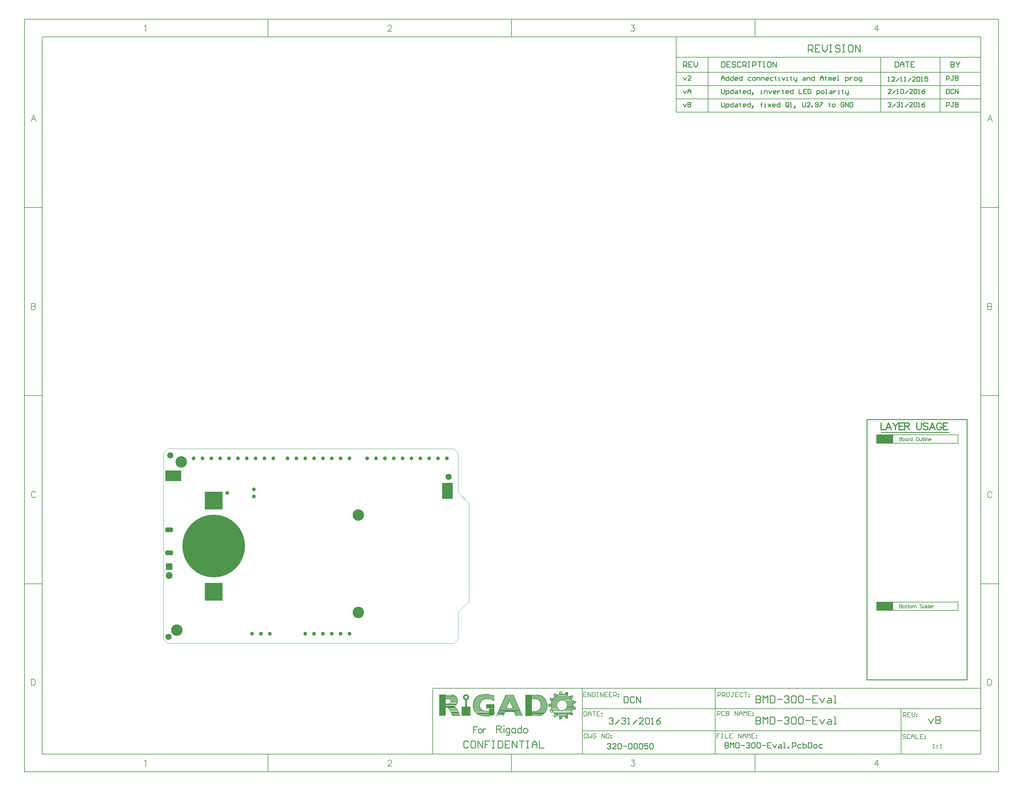
<source format=gbs>
G04 Layer_Color=16711935*
%FSLAX25Y25*%
%MOIN*%
G70*
G01*
G75*
%ADD10C,0.00600*%
%ADD46C,0.01000*%
%ADD50C,0.00787*%
%ADD51C,0.00500*%
%ADD52R,0.19000X0.09500*%
%ADD53C,0.00200*%
%ADD54C,0.01180*%
%ADD55C,0.00700*%
%ADD56R,0.02000X0.07500*%
%ADD57R,0.17300X0.00300*%
%ADD58R,0.20400X0.00300*%
%ADD59R,0.07400X0.24300*%
%ADD60R,0.19900X0.00500*%
%ADD61R,0.00400X0.00300*%
%ADD62R,0.00700X0.00300*%
%ADD63R,0.00400X0.00333*%
%ADD64R,0.00300X0.00400*%
%ADD65R,0.00300X0.00300*%
%ADD66R,0.07400X0.00397*%
%ADD67R,0.07500X0.00390*%
%ADD68R,0.13000X0.00397*%
%ADD69R,0.01400X0.00300*%
%ADD70R,0.02300X0.00400*%
%ADD71R,0.02300X0.00300*%
%ADD72R,0.01600X0.00500*%
%ADD73R,0.02500X0.00300*%
%ADD74R,0.02300X0.00500*%
%ADD75R,0.03000X0.00400*%
%ADD76R,0.02900X0.00400*%
%ADD77R,0.03000X0.00300*%
%ADD78R,0.03100X0.00400*%
%ADD79R,0.02800X0.00500*%
%ADD80R,0.03600X0.01300*%
%ADD81R,0.00900X0.00400*%
%ADD82R,0.03300X0.00300*%
%ADD83R,0.01700X0.00300*%
%ADD84R,0.03600X0.00300*%
%ADD85R,0.04600X0.00300*%
%ADD86R,0.09300X0.00400*%
%ADD87R,0.12800X0.00400*%
%ADD88R,0.08300X0.00400*%
%ADD89R,0.10000X0.00400*%
%ADD90R,0.14400X0.00400*%
%ADD91R,0.10300X0.00300*%
%ADD92R,0.14800X0.00300*%
%ADD93R,0.08500X0.00300*%
%ADD94R,0.12600X0.00300*%
%ADD95R,0.15800X0.00300*%
%ADD96R,0.11200X0.00400*%
%ADD97R,0.03500X0.00300*%
%ADD98R,0.16000X0.00300*%
%ADD99R,0.08900X0.00300*%
%ADD100R,0.14700X0.00300*%
%ADD101R,0.16700X0.00400*%
%ADD102R,0.15200X0.00400*%
%ADD103R,0.16800X0.00400*%
%ADD104R,0.17000X0.00400*%
%ADD105R,0.17500X0.00500*%
%ADD106R,0.01200X0.00400*%
%ADD107R,0.15000X0.00300*%
%ADD108R,0.09300X0.00300*%
%ADD109R,0.18000X0.00300*%
%ADD110R,0.17800X0.00400*%
%ADD111R,0.01700X0.00400*%
%ADD112R,0.15700X0.00300*%
%ADD113R,0.18600X0.00300*%
%ADD114R,0.09700X0.00300*%
%ADD115R,0.18700X0.00300*%
%ADD116R,0.18300X0.00400*%
%ADD117R,0.02800X0.00600*%
%ADD118R,0.15700X0.00400*%
%ADD119R,0.19000X0.00400*%
%ADD120R,0.19300X0.00400*%
%ADD121R,0.18800X0.00500*%
%ADD122R,0.03900X0.00400*%
%ADD123R,0.16400X0.00300*%
%ADD124R,0.19600X0.00300*%
%ADD125R,0.19700X0.00300*%
%ADD126R,0.19000X0.00300*%
%ADD127R,0.20700X0.00300*%
%ADD128R,0.20100X0.00300*%
%ADD129R,0.10600X0.00300*%
%ADD130R,0.20000X0.00300*%
%ADD131R,0.19400X0.00300*%
%ADD132R,0.20300X0.00400*%
%ADD133R,0.10900X0.00400*%
%ADD134R,0.20500X0.00400*%
%ADD135R,0.19500X0.00400*%
%ADD136R,0.20600X0.00300*%
%ADD137R,0.11100X0.00300*%
%ADD138R,0.20800X0.00300*%
%ADD139R,0.21000X0.00300*%
%ADD140R,0.11300X0.00300*%
%ADD141R,0.21100X0.00300*%
%ADD142R,0.19800X0.00300*%
%ADD143R,0.20700X0.00400*%
%ADD144R,0.00600X0.00400*%
%ADD145R,0.21400X0.00400*%
%ADD146R,0.11700X0.00400*%
%ADD147R,0.21300X0.00400*%
%ADD148R,0.20100X0.00400*%
%ADD149R,0.02200X0.00400*%
%ADD150R,0.21700X0.00300*%
%ADD151R,0.12000X0.00300*%
%ADD152R,0.20200X0.00300*%
%ADD153R,0.03400X0.00300*%
%ADD154R,0.12700X0.00300*%
%ADD155R,0.12300X0.00300*%
%ADD156R,0.05900X0.00400*%
%ADD157R,0.09900X0.00300*%
%ADD158R,0.24200X0.00400*%
%ADD159R,0.12600X0.00400*%
%ADD160R,0.04100X0.00500*%
%ADD161R,0.10800X0.00400*%
%ADD162R,0.08600X0.00400*%
%ADD163R,0.24300X0.00300*%
%ADD164R,0.12900X0.00300*%
%ADD165R,0.03200X0.00300*%
%ADD166R,0.10000X0.00300*%
%ADD167R,0.07900X0.00300*%
%ADD168R,0.24500X0.00300*%
%ADD169R,0.08300X0.00300*%
%ADD170R,0.13300X0.00300*%
%ADD171R,0.02200X0.00500*%
%ADD172R,0.07800X0.00300*%
%ADD173R,0.10400X0.00400*%
%ADD174R,0.13000X0.00400*%
%ADD175R,0.08400X0.00400*%
%ADD176R,0.13700X0.00400*%
%ADD177R,0.01300X0.00400*%
%ADD178R,0.09400X0.00400*%
%ADD179R,0.07900X0.00400*%
%ADD180R,0.09100X0.00400*%
%ADD181R,0.11000X0.00300*%
%ADD182R,0.08000X0.00300*%
%ADD183R,0.13800X0.00300*%
%ADD184R,0.01100X0.00300*%
%ADD185R,0.09000X0.00300*%
%ADD186R,0.07600X0.00300*%
%ADD187R,0.08400X0.00300*%
%ADD188R,0.06700X0.00300*%
%ADD189R,0.07000X0.00300*%
%ADD190R,0.07700X0.00300*%
%ADD191R,0.07700X0.00400*%
%ADD192R,0.07000X0.00400*%
%ADD193R,0.06700X0.00400*%
%ADD194R,0.08700X0.00400*%
%ADD195R,0.07500X0.00300*%
%ADD196R,0.06600X0.00300*%
%ADD197R,0.08600X0.00300*%
%ADD198R,0.06900X0.00300*%
%ADD199R,0.07400X0.00300*%
%ADD200R,0.10600X0.00400*%
%ADD201R,0.07100X0.00400*%
%ADD202R,0.07300X0.00400*%
%ADD203R,0.06600X0.00400*%
%ADD204R,0.08000X0.00400*%
%ADD205R,0.10400X0.00300*%
%ADD206R,0.07200X0.00300*%
%ADD207R,0.06800X0.00300*%
%ADD208R,0.07300X0.00300*%
%ADD209R,0.06900X0.00400*%
%ADD210R,0.07400X0.00400*%
%ADD211R,0.07100X0.00300*%
%ADD212R,0.06300X0.00400*%
%ADD213R,0.08100X0.00400*%
%ADD214R,0.11600X0.00300*%
%ADD215R,0.06400X0.00300*%
%ADD216R,0.08700X0.00300*%
%ADD217R,0.07200X0.00400*%
%ADD218R,0.09700X0.04700*%
%ADD219R,0.18900X0.00600*%
%ADD220R,0.09400X0.00300*%
%ADD221R,0.09200X0.00300*%
%ADD222R,0.18800X0.00300*%
%ADD223R,0.06400X0.00400*%
%ADD224R,0.09500X0.00400*%
%ADD225R,0.07800X0.00400*%
%ADD226R,0.18800X0.00400*%
%ADD227R,0.18200X0.00400*%
%ADD228R,0.17700X0.00300*%
%ADD229R,0.09000X0.00400*%
%ADD230R,0.07500X0.00400*%
%ADD231R,0.17200X0.00500*%
%ADD232R,0.16900X0.00600*%
%ADD233R,0.08400X0.00500*%
%ADD234R,0.06500X0.00400*%
%ADD235R,0.09100X0.00300*%
%ADD236R,0.17900X0.00300*%
%ADD237R,0.09600X0.00300*%
%ADD238R,0.06658X0.00300*%
%ADD239R,0.08800X0.00500*%
%ADD240R,0.10100X0.00400*%
%ADD241R,0.22000X0.00300*%
%ADD242R,0.06300X0.07000*%
%ADD243R,0.08100X0.00300*%
%ADD244R,0.22300X0.00400*%
%ADD245R,0.10900X0.00300*%
%ADD246R,0.22600X0.00300*%
%ADD247R,0.22900X0.00300*%
%ADD248R,0.09700X0.00400*%
%ADD249R,0.23300X0.00400*%
%ADD250R,0.08200X0.00400*%
%ADD251R,0.23500X0.00300*%
%ADD252R,0.23800X0.00500*%
%ADD253R,0.24500X0.00400*%
%ADD254R,0.24000X0.00400*%
%ADD255R,0.24600X0.00300*%
%ADD256R,0.08900X0.00400*%
%ADD257R,0.01000X0.00400*%
%ADD258R,0.07600X0.00400*%
%ADD259R,0.21700X0.00400*%
%ADD260R,0.21600X0.00300*%
%ADD261R,0.20500X0.00300*%
%ADD262R,0.00600X0.00300*%
%ADD263R,0.21900X0.00300*%
%ADD264R,0.21100X0.00400*%
%ADD265R,0.20400X0.00400*%
%ADD266R,0.22000X0.00400*%
%ADD267R,0.21000X0.00400*%
%ADD268R,0.07900X0.00600*%
%ADD269R,0.21500X0.00300*%
%ADD270R,0.20200X0.00400*%
%ADD271R,0.20300X0.00300*%
%ADD272R,0.20300X0.00500*%
%ADD273R,0.07500X0.00500*%
%ADD274R,0.19600X0.00400*%
%ADD275R,0.03700X0.00300*%
%ADD276R,0.19200X0.00300*%
%ADD277R,0.02600X0.00300*%
%ADD278R,0.19900X0.00300*%
%ADD279R,0.15400X0.00400*%
%ADD280R,0.00800X0.00300*%
%ADD281R,0.15300X0.00300*%
%ADD282R,0.17000X0.00300*%
%ADD283R,0.08200X0.00300*%
%ADD284R,0.15300X0.00400*%
%ADD285R,0.18300X0.00300*%
%ADD286R,0.11000X0.00400*%
%ADD287R,0.03300X0.00400*%
%ADD288R,0.17600X0.00400*%
%ADD289R,0.13300X0.00400*%
%ADD290R,0.07900X0.00500*%
%ADD291R,0.07400X0.00430*%
%ADD292R,0.07300X0.24000*%
%ADD293R,0.03700X0.00397*%
%ADD294R,0.05300X0.00397*%
%ADD295R,0.03000X0.00397*%
%ADD296R,0.06700X0.00356*%
%ADD297R,0.03300X0.00333*%
%ADD298R,0.02000X0.00333*%
%ADD299R,0.03100X0.00333*%
%ADD300R,0.01200X0.00333*%
%ADD301R,0.02900X0.00333*%
%ADD302R,0.03000X0.00408*%
%ADD303R,0.02700X0.00333*%
%ADD304R,0.03000X0.00333*%
%ADD305R,0.02300X0.00333*%
%ADD306R,0.03000X0.00333*%
%ADD307R,0.02200X0.00333*%
%ADD308R,0.02500X0.00333*%
%ADD309R,0.01300X0.00426*%
%ADD310R,0.02300X0.00333*%
%ADD311R,0.02000X0.00469*%
%ADD312R,0.18109X0.00300*%
%ADD313R,0.02983X0.00600*%
%ADD314R,0.16055X0.00400*%
%ADD315R,0.08066X0.00300*%
%ADD316R,0.10834X0.00300*%
%ADD317R,0.07366X0.00300*%
%ADD318R,0.08294X0.00400*%
%ADD319R,0.09383X0.00400*%
%ADD320R,0.09283X0.00300*%
%ADD321R,0.06560X0.00300*%
%ADD322R,0.21453X0.00400*%
%ADD323R,0.08482X0.00400*%
%ADD324R,0.08428X0.00300*%
%ADD325R,0.08160X0.00400*%
%ADD326R,0.20477X0.00400*%
%ADD327R,0.08049X0.00600*%
%ADD328R,0.08000X0.00432*%
%ADD329R,0.02600X0.00427*%
%ADD347C,0.04331*%
%ADD355R,0.12205X0.18110*%
%ADD356R,0.18110X0.12205*%
%ADD378C,0.07794*%
%ADD379R,0.07794X0.07794*%
%ADD380O,0.09449X0.05512*%
%ADD381C,0.12992*%
%ADD382C,0.70866*%
G04:AMPARAMS|DCode=383|XSize=397.64mil|YSize=397.64mil|CornerRadius=100.39mil|HoleSize=0mil|Usage=FLASHONLY|Rotation=270.000|XOffset=0mil|YOffset=0mil|HoleType=Round|Shape=RoundedRectangle|*
%AMROUNDEDRECTD383*
21,1,0.39764,0.19685,0,0,270.0*
21,1,0.19685,0.39764,0,0,270.0*
1,1,0.20079,-0.09843,-0.09843*
1,1,0.20079,-0.09843,0.09843*
1,1,0.20079,0.09843,0.09843*
1,1,0.20079,0.09843,-0.09843*
%
%ADD383ROUNDEDRECTD383*%
%ADD384R,0.20394X0.20394*%
G36*
X8433Y215577D02*
X9016Y215336D01*
X9540Y214986D01*
X9986Y214540D01*
X10336Y214016D01*
X10577Y213433D01*
X10700Y212815D01*
Y212500D01*
Y212185D01*
X10577Y211567D01*
X10336Y210984D01*
X9986Y210460D01*
X9540Y210014D01*
X9016Y209664D01*
X8433Y209423D01*
X7815Y209300D01*
X7185D01*
X6567Y209423D01*
X5984Y209664D01*
X5460Y210014D01*
X5014Y210460D01*
X4664Y210984D01*
X4423Y211567D01*
X4300Y212185D01*
Y212500D01*
Y212815D01*
X4423Y213433D01*
X4664Y214016D01*
X5014Y214540D01*
X5460Y214986D01*
X5984Y215336D01*
X6567Y215577D01*
X7185Y215700D01*
X7815D01*
X8433Y215577D01*
D02*
G37*
G36*
X322833Y191377D02*
X323416Y191136D01*
X323940Y190786D01*
X324386Y190340D01*
X324736Y189816D01*
X324977Y189233D01*
X325100Y188615D01*
Y188300D01*
Y187985D01*
X324977Y187367D01*
X324736Y186784D01*
X324386Y186260D01*
X323940Y185814D01*
X323416Y185464D01*
X322833Y185223D01*
X322215Y185100D01*
X321585D01*
X320967Y185223D01*
X320384Y185464D01*
X319860Y185814D01*
X319414Y186260D01*
X319064Y186784D01*
X318823Y187367D01*
X318700Y187985D01*
Y188300D01*
Y188615D01*
X318823Y189233D01*
X319064Y189816D01*
X319414Y190340D01*
X319860Y190786D01*
X320384Y191136D01*
X320967Y191377D01*
X321585Y191500D01*
X322215D01*
X322833Y191377D01*
D02*
G37*
G36*
X6433Y10577D02*
X7016Y10336D01*
X7540Y9986D01*
X7986Y9540D01*
X8336Y9016D01*
X8577Y8433D01*
X8700Y7815D01*
Y7500D01*
Y7185D01*
X8577Y6567D01*
X8336Y5984D01*
X7986Y5460D01*
X7540Y5014D01*
X7016Y4664D01*
X6433Y4423D01*
X5815Y4300D01*
X5185D01*
X4567Y4423D01*
X3984Y4664D01*
X3460Y5014D01*
X3014Y5460D01*
X2664Y5984D01*
X2423Y6567D01*
X2300Y7185D01*
Y7500D01*
Y7815D01*
X2423Y8433D01*
X2664Y9016D01*
X3014Y9540D01*
X3460Y9986D01*
X3984Y10336D01*
X4567Y10577D01*
X5185Y10700D01*
X5815D01*
X6433Y10577D01*
D02*
G37*
G36*
X345861Y-71286D02*
X346192Y-71507D01*
X346413Y-71838D01*
X346491Y-72228D01*
X346471D01*
X346491Y-80728D01*
X346413Y-81119D01*
X346192Y-81449D01*
X345861Y-81670D01*
X345471Y-81748D01*
Y-81728D01*
X337471Y-81748D01*
X337081Y-81670D01*
X336750Y-81449D01*
X336529Y-81119D01*
X336451Y-80728D01*
X336471D01*
X336451Y-72228D01*
X336529Y-71838D01*
X336750Y-71507D01*
X337081Y-71286D01*
X337471Y-71209D01*
Y-71228D01*
X345471Y-71209D01*
X345861Y-71286D01*
D02*
G37*
D10*
X325100Y188300D02*
G03*
X325100Y188300I-3200J0D01*
G01*
X8700Y7500D02*
G03*
X8700Y7500I-3200J0D01*
G01*
X10700Y212500D02*
G03*
X10700Y212500I-3200J0D01*
G01*
D46*
X794171Y-40800D02*
Y253200D01*
X907171D01*
Y-40800D02*
Y253200D01*
X794171Y-40800D02*
X907171D01*
X810171Y238448D02*
X887171D01*
X344332Y-111135D02*
X342999Y-109803D01*
X340333D01*
X339000Y-111135D01*
Y-116467D01*
X340333Y-117800D01*
X342999D01*
X344332Y-116467D01*
X350996Y-109803D02*
X348330D01*
X346997Y-111135D01*
Y-116467D01*
X348330Y-117800D01*
X350996D01*
X352329Y-116467D01*
Y-111135D01*
X350996Y-109803D01*
X354995Y-117800D02*
Y-109803D01*
X360326Y-117800D01*
Y-109803D01*
X368324D02*
X362992D01*
Y-113801D01*
X365658D01*
X362992D01*
Y-117800D01*
X370990Y-109803D02*
X373655D01*
X372323D01*
Y-117800D01*
X370990D01*
X373655D01*
X377654Y-109803D02*
Y-117800D01*
X381653D01*
X382986Y-116467D01*
Y-111135D01*
X381653Y-109803D01*
X377654D01*
X390983D02*
X385652D01*
Y-117800D01*
X390983D01*
X385652Y-113801D02*
X388317D01*
X393649Y-117800D02*
Y-109803D01*
X398981Y-117800D01*
Y-109803D01*
X401646D02*
X406978D01*
X404312D01*
Y-117800D01*
X409644Y-109803D02*
X412310D01*
X410977D01*
Y-117800D01*
X409644D01*
X412310D01*
X416308D02*
Y-112468D01*
X418974Y-109803D01*
X421640Y-112468D01*
Y-117800D01*
Y-113801D01*
X416308D01*
X424306Y-109803D02*
Y-117800D01*
X429637D01*
X884000Y606200D02*
Y611198D01*
X886499D01*
X887332Y610365D01*
Y608699D01*
X886499Y607866D01*
X884000D01*
X892331Y611198D02*
X890664D01*
X891498D01*
Y607033D01*
X890664Y606200D01*
X889831D01*
X888998Y607033D01*
X893997Y611198D02*
Y606200D01*
X896496D01*
X897329Y607033D01*
Y607866D01*
X896496Y608699D01*
X893997D01*
X896496D01*
X897329Y609532D01*
Y610365D01*
X896496Y611198D01*
X893997D01*
X818000Y610365D02*
X818833Y611198D01*
X820499D01*
X821332Y610365D01*
Y609532D01*
X820499Y608699D01*
X819666D01*
X820499D01*
X821332Y607866D01*
Y607033D01*
X820499Y606200D01*
X818833D01*
X818000Y607033D01*
X822998Y606200D02*
X826331Y609532D01*
X827997Y610365D02*
X828830Y611198D01*
X830496D01*
X831329Y610365D01*
Y609532D01*
X830496Y608699D01*
X829663D01*
X830496D01*
X831329Y607866D01*
Y607033D01*
X830496Y606200D01*
X828830D01*
X827997Y607033D01*
X832995Y606200D02*
X834661D01*
X833828D01*
Y611198D01*
X832995Y610365D01*
X837160Y606200D02*
X840493Y609532D01*
X845491Y606200D02*
X842159D01*
X845491Y609532D01*
Y610365D01*
X844658Y611198D01*
X842992D01*
X842159Y610365D01*
X847157D02*
X847990Y611198D01*
X849656D01*
X850490Y610365D01*
Y607033D01*
X849656Y606200D01*
X847990D01*
X847157Y607033D01*
Y610365D01*
X852156Y606200D02*
X853822D01*
X852989D01*
Y611198D01*
X852156Y610365D01*
X859653Y611198D02*
X857987Y610365D01*
X856321Y608699D01*
Y607033D01*
X857154Y606200D01*
X858820D01*
X859653Y607033D01*
Y607866D01*
X858820Y608699D01*
X856321D01*
X630000Y611198D02*
Y607033D01*
X630833Y606200D01*
X632499D01*
X633332Y607033D01*
Y611198D01*
X634998Y604534D02*
Y609532D01*
X637498D01*
X638331Y608699D01*
Y607033D01*
X637498Y606200D01*
X634998D01*
X643329Y611198D02*
Y606200D01*
X640830D01*
X639997Y607033D01*
Y608699D01*
X640830Y609532D01*
X643329D01*
X645828D02*
X647494D01*
X648327Y608699D01*
Y606200D01*
X645828D01*
X644995Y607033D01*
X645828Y607866D01*
X648327D01*
X650827Y610365D02*
Y609532D01*
X649994D01*
X651660D01*
X650827D01*
Y607033D01*
X651660Y606200D01*
X656658D02*
X654992D01*
X654159Y607033D01*
Y608699D01*
X654992Y609532D01*
X656658D01*
X657491Y608699D01*
Y607866D01*
X654159D01*
X662490Y611198D02*
Y606200D01*
X659990D01*
X659157Y607033D01*
Y608699D01*
X659990Y609532D01*
X662490D01*
X664989Y605367D02*
X665822Y606200D01*
Y607033D01*
X664989D01*
Y606200D01*
X665822D01*
X664989Y605367D01*
X664156Y604534D01*
X674985Y606200D02*
Y610365D01*
Y608699D01*
X674152D01*
X675818D01*
X674985D01*
Y610365D01*
X675818Y611198D01*
X678318Y606200D02*
X679984D01*
X679151D01*
Y609532D01*
X678318D01*
X682483D02*
X685815Y606200D01*
X684149Y607866D01*
X685815Y609532D01*
X682483Y606200D01*
X689981D02*
X688314D01*
X687481Y607033D01*
Y608699D01*
X688314Y609532D01*
X689981D01*
X690814Y608699D01*
Y607866D01*
X687481D01*
X695812Y611198D02*
Y606200D01*
X693313D01*
X692480Y607033D01*
Y608699D01*
X693313Y609532D01*
X695812D01*
X705809Y607033D02*
Y610365D01*
X704976Y611198D01*
X703310D01*
X702477Y610365D01*
Y607033D01*
X703310Y606200D01*
X704976D01*
X704143Y607866D02*
X705809Y606200D01*
X704976D02*
X705809Y607033D01*
X707475Y606200D02*
X709141D01*
X708308D01*
Y611198D01*
X707475Y610365D01*
X712473Y605367D02*
X713306Y606200D01*
Y607033D01*
X712473D01*
Y606200D01*
X713306D01*
X712473Y605367D01*
X711640Y604534D01*
X721637Y611198D02*
Y607033D01*
X722470Y606200D01*
X724136D01*
X724969Y607033D01*
Y611198D01*
X729968Y606200D02*
X726635D01*
X729968Y609532D01*
Y610365D01*
X729135Y611198D01*
X727468D01*
X726635Y610365D01*
X731634Y606200D02*
Y607033D01*
X732467D01*
Y606200D01*
X731634D01*
X735799Y607033D02*
X736632Y606200D01*
X738298D01*
X739131Y607033D01*
Y610365D01*
X738298Y611198D01*
X736632D01*
X735799Y610365D01*
Y609532D01*
X736632Y608699D01*
X739131D01*
X740797Y611198D02*
X744130D01*
Y610365D01*
X740797Y607033D01*
Y606200D01*
X751627Y610365D02*
Y609532D01*
X750794D01*
X752460D01*
X751627D01*
Y607033D01*
X752460Y606200D01*
X755793D02*
X757459D01*
X758292Y607033D01*
Y608699D01*
X757459Y609532D01*
X755793D01*
X754959Y608699D01*
Y607033D01*
X755793Y606200D01*
X768289Y610365D02*
X767455Y611198D01*
X765789D01*
X764956Y610365D01*
Y607033D01*
X765789Y606200D01*
X767455D01*
X768289Y607033D01*
Y608699D01*
X766622D01*
X769955Y606200D02*
Y611198D01*
X773287Y606200D01*
Y611198D01*
X774953D02*
Y606200D01*
X777452D01*
X778285Y607033D01*
Y610365D01*
X777452Y611198D01*
X774953D01*
X587000Y609532D02*
X588666Y606200D01*
X590332Y609532D01*
X591998Y611198D02*
Y606200D01*
X594498D01*
X595331Y607033D01*
Y607866D01*
X594498Y608699D01*
X591998D01*
X594498D01*
X595331Y609532D01*
Y610365D01*
X594498Y611198D01*
X591998D01*
X587000Y624532D02*
X588666Y621200D01*
X590332Y624532D01*
X591998Y621200D02*
Y624532D01*
X593665Y626198D01*
X595331Y624532D01*
Y621200D01*
Y623699D01*
X591998D01*
X630000Y626198D02*
Y622033D01*
X630833Y621200D01*
X632499D01*
X633332Y622033D01*
Y626198D01*
X634998Y619534D02*
Y624532D01*
X637498D01*
X638331Y623699D01*
Y622033D01*
X637498Y621200D01*
X634998D01*
X643329Y626198D02*
Y621200D01*
X640830D01*
X639997Y622033D01*
Y623699D01*
X640830Y624532D01*
X643329D01*
X645828D02*
X647494D01*
X648327Y623699D01*
Y621200D01*
X645828D01*
X644995Y622033D01*
X645828Y622866D01*
X648327D01*
X650827Y625365D02*
Y624532D01*
X649994D01*
X651660D01*
X650827D01*
Y622033D01*
X651660Y621200D01*
X656658D02*
X654992D01*
X654159Y622033D01*
Y623699D01*
X654992Y624532D01*
X656658D01*
X657491Y623699D01*
Y622866D01*
X654159D01*
X662490Y626198D02*
Y621200D01*
X659990D01*
X659157Y622033D01*
Y623699D01*
X659990Y624532D01*
X662490D01*
X664989Y620367D02*
X665822Y621200D01*
Y622033D01*
X664989D01*
Y621200D01*
X665822D01*
X664989Y620367D01*
X664156Y619534D01*
X674152Y621200D02*
X675818D01*
X674985D01*
Y624532D01*
X674152D01*
X678318Y621200D02*
Y624532D01*
X680817D01*
X681650Y623699D01*
Y621200D01*
X683316Y624532D02*
X684982Y621200D01*
X686648Y624532D01*
X690814Y621200D02*
X689148D01*
X688314Y622033D01*
Y623699D01*
X689148Y624532D01*
X690814D01*
X691647Y623699D01*
Y622866D01*
X688314D01*
X693313Y624532D02*
Y621200D01*
Y622866D01*
X694146Y623699D01*
X694979Y624532D01*
X695812D01*
X699144Y625365D02*
Y624532D01*
X698311D01*
X699977D01*
X699144D01*
Y622033D01*
X699977Y621200D01*
X704976D02*
X703310D01*
X702477Y622033D01*
Y623699D01*
X703310Y624532D01*
X704976D01*
X705809Y623699D01*
Y622866D01*
X702477D01*
X710807Y626198D02*
Y621200D01*
X708308D01*
X707475Y622033D01*
Y623699D01*
X708308Y624532D01*
X710807D01*
X717472Y626198D02*
Y621200D01*
X720804D01*
X725802Y626198D02*
X722470D01*
Y621200D01*
X725802D01*
X722470Y623699D02*
X724136D01*
X727468Y626198D02*
Y621200D01*
X729968D01*
X730801Y622033D01*
Y625365D01*
X729968Y626198D01*
X727468D01*
X737465Y619534D02*
Y624532D01*
X739964D01*
X740797Y623699D01*
Y622033D01*
X739964Y621200D01*
X737465D01*
X743297D02*
X744963D01*
X745796Y622033D01*
Y623699D01*
X744963Y624532D01*
X743297D01*
X742464Y623699D01*
Y622033D01*
X743297Y621200D01*
X747462D02*
X749128D01*
X748295D01*
Y626198D01*
X747462D01*
X752460Y624532D02*
X754127D01*
X754959Y623699D01*
Y621200D01*
X752460D01*
X751627Y622033D01*
X752460Y622866D01*
X754959D01*
X756626Y624532D02*
Y621200D01*
Y622866D01*
X757459Y623699D01*
X758292Y624532D01*
X759125D01*
X761624Y621200D02*
X763290D01*
X762457D01*
Y624532D01*
X761624D01*
X766622Y625365D02*
Y624532D01*
X765789D01*
X767455D01*
X766622D01*
Y622033D01*
X767455Y621200D01*
X769955Y624532D02*
Y622033D01*
X770788Y621200D01*
X773287D01*
Y620367D01*
X772454Y619534D01*
X771621D01*
X773287Y621200D02*
Y624532D01*
X821332Y621200D02*
X818000D01*
X821332Y624532D01*
Y625365D01*
X820499Y626198D01*
X818833D01*
X818000Y625365D01*
X822998Y621200D02*
X826331Y624532D01*
X827997Y621200D02*
X829663D01*
X828830D01*
Y626198D01*
X827997Y625365D01*
X832162D02*
X832995Y626198D01*
X834661D01*
X835494Y625365D01*
Y622033D01*
X834661Y621200D01*
X832995D01*
X832162Y622033D01*
Y625365D01*
X837160Y621200D02*
X840493Y624532D01*
X845491Y621200D02*
X842159D01*
X845491Y624532D01*
Y625365D01*
X844658Y626198D01*
X842992D01*
X842159Y625365D01*
X847157D02*
X847990Y626198D01*
X849656D01*
X850490Y625365D01*
Y622033D01*
X849656Y621200D01*
X847990D01*
X847157Y622033D01*
Y625365D01*
X852156Y621200D02*
X853822D01*
X852989D01*
Y626198D01*
X852156Y625365D01*
X859653Y626198D02*
X857987Y625365D01*
X856321Y623699D01*
Y622033D01*
X857154Y621200D01*
X858820D01*
X859653Y622033D01*
Y622866D01*
X858820Y623699D01*
X856321D01*
X884000Y626198D02*
Y621200D01*
X886499D01*
X887332Y622033D01*
Y625365D01*
X886499Y626198D01*
X884000D01*
X892331Y625365D02*
X891498Y626198D01*
X889831D01*
X888998Y625365D01*
Y622033D01*
X889831Y621200D01*
X891498D01*
X892331Y622033D01*
X893997Y621200D02*
Y626198D01*
X897329Y621200D01*
Y626198D01*
X884000Y636200D02*
Y641198D01*
X886499D01*
X887332Y640365D01*
Y638699D01*
X886499Y637866D01*
X884000D01*
X892331Y641198D02*
X890664D01*
X891498D01*
Y637033D01*
X890664Y636200D01*
X889831D01*
X888998Y637033D01*
X893997Y641198D02*
Y636200D01*
X896496D01*
X897329Y637033D01*
Y637866D01*
X896496Y638699D01*
X893997D01*
X896496D01*
X897329Y639532D01*
Y640365D01*
X896496Y641198D01*
X893997D01*
X818000Y635200D02*
X819666D01*
X818833D01*
Y640198D01*
X818000Y639365D01*
X825498Y635200D02*
X822165D01*
X825498Y638532D01*
Y639365D01*
X824664Y640198D01*
X822998D01*
X822165Y639365D01*
X827164Y635200D02*
X830496Y638532D01*
X832162Y635200D02*
X833828D01*
X832995D01*
Y640198D01*
X832162Y639365D01*
X836327Y635200D02*
X837994D01*
X837160D01*
Y640198D01*
X836327Y639365D01*
X840493Y635200D02*
X843825Y638532D01*
X848823Y635200D02*
X845491D01*
X848823Y638532D01*
Y639365D01*
X847990Y640198D01*
X846324D01*
X845491Y639365D01*
X850490D02*
X851322Y640198D01*
X852989D01*
X853822Y639365D01*
Y636033D01*
X852989Y635200D01*
X851322D01*
X850490Y636033D01*
Y639365D01*
X855488Y635200D02*
X857154D01*
X856321D01*
Y640198D01*
X855488Y639365D01*
X862985Y640198D02*
X859653D01*
Y637699D01*
X861319Y638532D01*
X862152D01*
X862985Y637699D01*
Y636033D01*
X862152Y635200D01*
X860486D01*
X859653Y636033D01*
X630000Y636200D02*
Y639532D01*
X631666Y641198D01*
X633332Y639532D01*
Y636200D01*
Y638699D01*
X630000D01*
X638331Y641198D02*
Y636200D01*
X635831D01*
X634998Y637033D01*
Y638699D01*
X635831Y639532D01*
X638331D01*
X643329Y641198D02*
Y636200D01*
X640830D01*
X639997Y637033D01*
Y638699D01*
X640830Y639532D01*
X643329D01*
X647494Y636200D02*
X645828D01*
X644995Y637033D01*
Y638699D01*
X645828Y639532D01*
X647494D01*
X648327Y638699D01*
Y637866D01*
X644995D01*
X653326Y641198D02*
Y636200D01*
X650827D01*
X649994Y637033D01*
Y638699D01*
X650827Y639532D01*
X653326D01*
X663322D02*
X660823D01*
X659990Y638699D01*
Y637033D01*
X660823Y636200D01*
X663322D01*
X665822D02*
X667488D01*
X668321Y637033D01*
Y638699D01*
X667488Y639532D01*
X665822D01*
X664989Y638699D01*
Y637033D01*
X665822Y636200D01*
X669987D02*
Y639532D01*
X672486D01*
X673319Y638699D01*
Y636200D01*
X674985D02*
Y639532D01*
X677485D01*
X678318Y638699D01*
Y636200D01*
X682483D02*
X680817D01*
X679984Y637033D01*
Y638699D01*
X680817Y639532D01*
X682483D01*
X683316Y638699D01*
Y637866D01*
X679984D01*
X688314Y639532D02*
X685815D01*
X684982Y638699D01*
Y637033D01*
X685815Y636200D01*
X688314D01*
X690814Y640365D02*
Y639532D01*
X689981D01*
X691647D01*
X690814D01*
Y637033D01*
X691647Y636200D01*
X694146D02*
X695812D01*
X694979D01*
Y639532D01*
X694146D01*
X698311D02*
X699977Y636200D01*
X701644Y639532D01*
X703310Y636200D02*
X704976D01*
X704143D01*
Y639532D01*
X703310D01*
X708308Y640365D02*
Y639532D01*
X707475D01*
X709141D01*
X708308D01*
Y637033D01*
X709141Y636200D01*
X711640Y639532D02*
Y637033D01*
X712473Y636200D01*
X714972D01*
Y635367D01*
X714139Y634534D01*
X713306D01*
X714972Y636200D02*
Y639532D01*
X722470D02*
X724136D01*
X724969Y638699D01*
Y636200D01*
X722470D01*
X721637Y637033D01*
X722470Y637866D01*
X724969D01*
X726635Y636200D02*
Y639532D01*
X729135D01*
X729968Y638699D01*
Y636200D01*
X734966Y641198D02*
Y636200D01*
X732467D01*
X731634Y637033D01*
Y638699D01*
X732467Y639532D01*
X734966D01*
X741631Y636200D02*
Y639532D01*
X743297Y641198D01*
X744963Y639532D01*
Y636200D01*
Y638699D01*
X741631D01*
X747462Y640365D02*
Y639532D01*
X746629D01*
X748295D01*
X747462D01*
Y637033D01*
X748295Y636200D01*
X750794D02*
Y639532D01*
X751627D01*
X752460Y638699D01*
Y636200D01*
Y638699D01*
X753293Y639532D01*
X754127Y638699D01*
Y636200D01*
X758292D02*
X756626D01*
X755793Y637033D01*
Y638699D01*
X756626Y639532D01*
X758292D01*
X759125Y638699D01*
Y637866D01*
X755793D01*
X760791Y636200D02*
X762457D01*
X761624D01*
Y641198D01*
X760791D01*
X769955Y634534D02*
Y639532D01*
X772454D01*
X773287Y638699D01*
Y637033D01*
X772454Y636200D01*
X769955D01*
X774953Y639532D02*
Y636200D01*
Y637866D01*
X775786Y638699D01*
X776619Y639532D01*
X777452D01*
X780785Y636200D02*
X782451D01*
X783284Y637033D01*
Y638699D01*
X782451Y639532D01*
X780785D01*
X779951Y638699D01*
Y637033D01*
X780785Y636200D01*
X786616Y634534D02*
X787449D01*
X788282Y635367D01*
Y639532D01*
X785783D01*
X784950Y638699D01*
Y637033D01*
X785783Y636200D01*
X788282D01*
X587000Y639532D02*
X588666Y636200D01*
X590332Y639532D01*
X595331Y636200D02*
X591998D01*
X595331Y639532D01*
Y640365D01*
X594498Y641198D01*
X592831D01*
X591998Y640365D01*
X501000Y-113802D02*
X502000Y-112802D01*
X503999D01*
X504999Y-113802D01*
Y-114801D01*
X503999Y-115801D01*
X502999D01*
X503999D01*
X504999Y-116801D01*
Y-117800D01*
X503999Y-118800D01*
X502000D01*
X501000Y-117800D01*
X510997Y-118800D02*
X506998D01*
X510997Y-114801D01*
Y-113802D01*
X509997Y-112802D01*
X507998D01*
X506998Y-113802D01*
X512996D02*
X513996Y-112802D01*
X515995D01*
X516995Y-113802D01*
Y-117800D01*
X515995Y-118800D01*
X513996D01*
X512996Y-117800D01*
Y-113802D01*
X518994Y-115801D02*
X522993D01*
X524992Y-113802D02*
X525992Y-112802D01*
X527991D01*
X528991Y-113802D01*
Y-117800D01*
X527991Y-118800D01*
X525992D01*
X524992Y-117800D01*
Y-113802D01*
X530990D02*
X531990Y-112802D01*
X533989D01*
X534989Y-113802D01*
Y-117800D01*
X533989Y-118800D01*
X531990D01*
X530990Y-117800D01*
Y-113802D01*
X536988D02*
X537988Y-112802D01*
X539987D01*
X540987Y-113802D01*
Y-117800D01*
X539987Y-118800D01*
X537988D01*
X536988Y-117800D01*
Y-113802D01*
X546985Y-112802D02*
X542986D01*
Y-115801D01*
X544986Y-114801D01*
X545986D01*
X546985Y-115801D01*
Y-117800D01*
X545986Y-118800D01*
X543986D01*
X542986Y-117800D01*
X548984Y-113802D02*
X549984Y-112802D01*
X551983D01*
X552983Y-113802D01*
Y-117800D01*
X551983Y-118800D01*
X549984D01*
X548984Y-117800D01*
Y-113802D01*
X889000Y657198D02*
Y651200D01*
X891999D01*
X892999Y652200D01*
Y653199D01*
X891999Y654199D01*
X889000D01*
X891999D01*
X892999Y655199D01*
Y656198D01*
X891999Y657198D01*
X889000D01*
X894998D02*
Y656198D01*
X896997Y654199D01*
X898997Y656198D01*
Y657198D01*
X896997Y654199D02*
Y651200D01*
X826000Y657198D02*
Y651200D01*
X828999D01*
X829999Y652200D01*
Y656198D01*
X828999Y657198D01*
X826000D01*
X831998Y651200D02*
Y655199D01*
X833997Y657198D01*
X835997Y655199D01*
Y651200D01*
Y654199D01*
X831998D01*
X837996Y657198D02*
X841995D01*
X839995D01*
Y651200D01*
X847993Y657198D02*
X843994D01*
Y651200D01*
X847993D01*
X843994Y654199D02*
X845994D01*
X630000Y657198D02*
Y651200D01*
X632999D01*
X633999Y652200D01*
Y656198D01*
X632999Y657198D01*
X630000D01*
X639997D02*
X635998D01*
Y651200D01*
X639997D01*
X635998Y654199D02*
X637997D01*
X645995Y656198D02*
X644995Y657198D01*
X642996D01*
X641996Y656198D01*
Y655199D01*
X642996Y654199D01*
X644995D01*
X645995Y653199D01*
Y652200D01*
X644995Y651200D01*
X642996D01*
X641996Y652200D01*
X651993Y656198D02*
X650993Y657198D01*
X648994D01*
X647994Y656198D01*
Y652200D01*
X648994Y651200D01*
X650993D01*
X651993Y652200D01*
X653992Y651200D02*
Y657198D01*
X656991D01*
X657991Y656198D01*
Y654199D01*
X656991Y653199D01*
X653992D01*
X655992D02*
X657991Y651200D01*
X659990Y657198D02*
X661990D01*
X660990D01*
Y651200D01*
X659990D01*
X661990D01*
X664989D02*
Y657198D01*
X667988D01*
X668987Y656198D01*
Y654199D01*
X667988Y653199D01*
X664989D01*
X670987Y657198D02*
X674986D01*
X672986D01*
Y651200D01*
X676985Y657198D02*
X678984D01*
X677985D01*
Y651200D01*
X676985D01*
X678984D01*
X684982Y657198D02*
X682983D01*
X681983Y656198D01*
Y652200D01*
X682983Y651200D01*
X684982D01*
X685982Y652200D01*
Y656198D01*
X684982Y657198D01*
X687981Y651200D02*
Y657198D01*
X691980Y651200D01*
Y657198D01*
X587000Y651200D02*
Y657198D01*
X589999D01*
X590999Y656198D01*
Y654199D01*
X589999Y653199D01*
X587000D01*
X588999D02*
X590999Y651200D01*
X596997Y657198D02*
X592998D01*
Y651200D01*
X596997D01*
X592998Y654199D02*
X594997D01*
X598996Y657198D02*
Y653199D01*
X600995Y651200D01*
X602995Y653199D01*
Y657198D01*
X728000Y668200D02*
Y676197D01*
X731999D01*
X733332Y674864D01*
Y672199D01*
X731999Y670866D01*
X728000D01*
X730666D02*
X733332Y668200D01*
X741329Y676197D02*
X735997D01*
Y668200D01*
X741329D01*
X735997Y672199D02*
X738663D01*
X743995Y676197D02*
Y670866D01*
X746661Y668200D01*
X749326Y670866D01*
Y676197D01*
X751992D02*
X754658D01*
X753325D01*
Y668200D01*
X751992D01*
X754658D01*
X763988Y674864D02*
X762655Y676197D01*
X759990D01*
X758657Y674864D01*
Y673532D01*
X759990Y672199D01*
X762655D01*
X763988Y670866D01*
Y669533D01*
X762655Y668200D01*
X759990D01*
X758657Y669533D01*
X766654Y676197D02*
X769320D01*
X767987D01*
Y668200D01*
X766654D01*
X769320D01*
X777317Y676197D02*
X774652D01*
X773319Y674864D01*
Y669533D01*
X774652Y668200D01*
X777317D01*
X778650Y669533D01*
Y674864D01*
X777317Y676197D01*
X781316Y668200D02*
Y676197D01*
X786648Y668200D01*
Y676197D01*
X669000Y-82803D02*
Y-90800D01*
X672999D01*
X674332Y-89467D01*
Y-88134D01*
X672999Y-86801D01*
X669000D01*
X672999D01*
X674332Y-85468D01*
Y-84136D01*
X672999Y-82803D01*
X669000D01*
X676997Y-90800D02*
Y-82803D01*
X679663Y-85468D01*
X682329Y-82803D01*
Y-90800D01*
X684995Y-82803D02*
Y-90800D01*
X688994D01*
X690326Y-89467D01*
Y-84136D01*
X688994Y-82803D01*
X684995D01*
X692992Y-86801D02*
X698324D01*
X700990Y-84136D02*
X702322Y-82803D01*
X704988D01*
X706321Y-84136D01*
Y-85468D01*
X704988Y-86801D01*
X703655D01*
X704988D01*
X706321Y-88134D01*
Y-89467D01*
X704988Y-90800D01*
X702322D01*
X700990Y-89467D01*
X708987Y-84136D02*
X710320Y-82803D01*
X712986D01*
X714319Y-84136D01*
Y-89467D01*
X712986Y-90800D01*
X710320D01*
X708987Y-89467D01*
Y-84136D01*
X716985D02*
X718317Y-82803D01*
X720983D01*
X722316Y-84136D01*
Y-89467D01*
X720983Y-90800D01*
X718317D01*
X716985Y-89467D01*
Y-84136D01*
X724982Y-86801D02*
X730313D01*
X738311Y-82803D02*
X732979D01*
Y-90800D01*
X738311D01*
X732979Y-86801D02*
X735645D01*
X740977Y-85468D02*
X743643Y-90800D01*
X746308Y-85468D01*
X750307D02*
X752973D01*
X754306Y-86801D01*
Y-90800D01*
X750307D01*
X748974Y-89467D01*
X750307Y-88134D01*
X754306D01*
X756972Y-90800D02*
X759637D01*
X758304D01*
Y-82803D01*
X756972D01*
X863717Y-84992D02*
X866382Y-90324D01*
X869048Y-84992D01*
X871714Y-82326D02*
Y-90324D01*
X875713D01*
X877046Y-88991D01*
Y-87658D01*
X875713Y-86325D01*
X871714D01*
X875713D01*
X877046Y-84992D01*
Y-83659D01*
X875713Y-82326D01*
X871714D01*
X669000Y-58803D02*
Y-66800D01*
X672999D01*
X674332Y-65467D01*
Y-64134D01*
X672999Y-62801D01*
X669000D01*
X672999D01*
X674332Y-61468D01*
Y-60136D01*
X672999Y-58803D01*
X669000D01*
X676997Y-66800D02*
Y-58803D01*
X679663Y-61468D01*
X682329Y-58803D01*
Y-66800D01*
X684995Y-58803D02*
Y-66800D01*
X688994D01*
X690326Y-65467D01*
Y-60136D01*
X688994Y-58803D01*
X684995D01*
X692992Y-62801D02*
X698324D01*
X700990Y-60136D02*
X702322Y-58803D01*
X704988D01*
X706321Y-60136D01*
Y-61468D01*
X704988Y-62801D01*
X703655D01*
X704988D01*
X706321Y-64134D01*
Y-65467D01*
X704988Y-66800D01*
X702322D01*
X700990Y-65467D01*
X708987Y-60136D02*
X710320Y-58803D01*
X712986D01*
X714319Y-60136D01*
Y-65467D01*
X712986Y-66800D01*
X710320D01*
X708987Y-65467D01*
Y-60136D01*
X716985D02*
X718317Y-58803D01*
X720983D01*
X722316Y-60136D01*
Y-65467D01*
X720983Y-66800D01*
X718317D01*
X716985Y-65467D01*
Y-60136D01*
X724982Y-62801D02*
X730313D01*
X738311Y-58803D02*
X732979D01*
Y-66800D01*
X738311D01*
X732979Y-62801D02*
X735645D01*
X740977Y-61468D02*
X743643Y-66800D01*
X746308Y-61468D01*
X750307D02*
X752973D01*
X754306Y-62801D01*
Y-66800D01*
X750307D01*
X748974Y-65467D01*
X750307Y-64134D01*
X754306D01*
X756972Y-66800D02*
X759637D01*
X758304D01*
Y-58803D01*
X756972D01*
X376000Y-92802D02*
Y-100800D01*
Y-92802D02*
X379428D01*
X380570Y-93183D01*
X380951Y-93563D01*
X381332Y-94325D01*
Y-95087D01*
X380951Y-95849D01*
X380570Y-96229D01*
X379428Y-96610D01*
X376000D01*
X378666D02*
X381332Y-100800D01*
X383884Y-92802D02*
X384265Y-93183D01*
X384646Y-92802D01*
X384265Y-92421D01*
X383884Y-92802D01*
X384265Y-95468D02*
Y-100800D01*
X390625Y-95468D02*
Y-101562D01*
X390245Y-102704D01*
X389864Y-103085D01*
X389102Y-103466D01*
X387959D01*
X387198Y-103085D01*
X390625Y-96610D02*
X389864Y-95849D01*
X389102Y-95468D01*
X387959D01*
X387198Y-95849D01*
X386436Y-96610D01*
X386055Y-97753D01*
Y-98515D01*
X386436Y-99657D01*
X387198Y-100419D01*
X387959Y-100800D01*
X389102D01*
X389864Y-100419D01*
X390625Y-99657D01*
X397329Y-95468D02*
Y-100800D01*
Y-96610D02*
X396567Y-95849D01*
X395805Y-95468D01*
X394663D01*
X393901Y-95849D01*
X393139Y-96610D01*
X392758Y-97753D01*
Y-98515D01*
X393139Y-99657D01*
X393901Y-100419D01*
X394663Y-100800D01*
X395805D01*
X396567Y-100419D01*
X397329Y-99657D01*
X404032Y-92802D02*
Y-100800D01*
Y-96610D02*
X403270Y-95849D01*
X402509Y-95468D01*
X401366D01*
X400604Y-95849D01*
X399843Y-96610D01*
X399462Y-97753D01*
Y-98515D01*
X399843Y-99657D01*
X400604Y-100419D01*
X401366Y-100800D01*
X402509D01*
X403270Y-100419D01*
X404032Y-99657D01*
X408069Y-95468D02*
X407308Y-95849D01*
X406546Y-96610D01*
X406165Y-97753D01*
Y-98515D01*
X406546Y-99657D01*
X407308Y-100419D01*
X408069Y-100800D01*
X409212D01*
X409974Y-100419D01*
X410735Y-99657D01*
X411116Y-98515D01*
Y-97753D01*
X410735Y-96610D01*
X409974Y-95849D01*
X409212Y-95468D01*
X408069D01*
X350000Y-93801D02*
Y-100800D01*
Y-93801D02*
X354332D01*
X350000Y-97134D02*
X352666D01*
X356799Y-96134D02*
X356132Y-96468D01*
X355466Y-97134D01*
X355132Y-98134D01*
Y-98800D01*
X355466Y-99800D01*
X356132Y-100467D01*
X356799Y-100800D01*
X357798D01*
X358465Y-100467D01*
X359131Y-99800D01*
X359465Y-98800D01*
Y-98134D01*
X359131Y-97134D01*
X358465Y-96468D01*
X357798Y-96134D01*
X356799D01*
X360998D02*
Y-100800D01*
Y-98134D02*
X361331Y-97134D01*
X361997Y-96468D01*
X362664Y-96134D01*
X363664D01*
X520000Y-59802D02*
Y-66800D01*
X523499D01*
X524665Y-65634D01*
Y-60969D01*
X523499Y-59802D01*
X520000D01*
X531663Y-60969D02*
X530497Y-59802D01*
X528164D01*
X526998Y-60969D01*
Y-65634D01*
X528164Y-66800D01*
X530497D01*
X531663Y-65634D01*
X533995Y-66800D02*
Y-59802D01*
X538661Y-66800D01*
Y-59802D01*
X503000Y-84969D02*
X504166Y-83802D01*
X506499D01*
X507665Y-84969D01*
Y-86135D01*
X506499Y-87301D01*
X505333D01*
X506499D01*
X507665Y-88467D01*
Y-89634D01*
X506499Y-90800D01*
X504166D01*
X503000Y-89634D01*
X509998Y-90800D02*
X514663Y-86135D01*
X516995Y-84969D02*
X518162Y-83802D01*
X520494D01*
X521661Y-84969D01*
Y-86135D01*
X520494Y-87301D01*
X519328D01*
X520494D01*
X521661Y-88467D01*
Y-89634D01*
X520494Y-90800D01*
X518162D01*
X516995Y-89634D01*
X523993Y-90800D02*
X526326D01*
X525160D01*
Y-83802D01*
X523993Y-84969D01*
X529825Y-90800D02*
X534490Y-86135D01*
X541488Y-90800D02*
X536822D01*
X541488Y-86135D01*
Y-84969D01*
X540321Y-83802D01*
X537989D01*
X536822Y-84969D01*
X543820D02*
X544986Y-83802D01*
X547319D01*
X548485Y-84969D01*
Y-89634D01*
X547319Y-90800D01*
X544986D01*
X543820Y-89634D01*
Y-84969D01*
X550818Y-90800D02*
X553151D01*
X551984D01*
Y-83802D01*
X550818Y-84969D01*
X561314Y-83802D02*
X558982Y-84969D01*
X556649Y-87301D01*
Y-89634D01*
X557816Y-90800D01*
X560148D01*
X561314Y-89634D01*
Y-88467D01*
X560148Y-87301D01*
X556649D01*
X634000Y-111802D02*
Y-117800D01*
X636999D01*
X637999Y-116800D01*
Y-115801D01*
X636999Y-114801D01*
X634000D01*
X636999D01*
X637999Y-113801D01*
Y-112802D01*
X636999Y-111802D01*
X634000D01*
X639998Y-117800D02*
Y-111802D01*
X641997Y-113801D01*
X643997Y-111802D01*
Y-117800D01*
X645996Y-111802D02*
Y-117800D01*
X648995D01*
X649995Y-116800D01*
Y-112802D01*
X648995Y-111802D01*
X645996D01*
X651994Y-114801D02*
X655993D01*
X657992Y-112802D02*
X658992Y-111802D01*
X660991D01*
X661991Y-112802D01*
Y-113801D01*
X660991Y-114801D01*
X659992D01*
X660991D01*
X661991Y-115801D01*
Y-116800D01*
X660991Y-117800D01*
X658992D01*
X657992Y-116800D01*
X663990Y-112802D02*
X664990Y-111802D01*
X666989D01*
X667989Y-112802D01*
Y-116800D01*
X666989Y-117800D01*
X664990D01*
X663990Y-116800D01*
Y-112802D01*
X669988D02*
X670988Y-111802D01*
X672987D01*
X673987Y-112802D01*
Y-116800D01*
X672987Y-117800D01*
X670988D01*
X669988Y-116800D01*
Y-112802D01*
X675986Y-114801D02*
X679985D01*
X685983Y-111802D02*
X681985D01*
Y-117800D01*
X685983D01*
X681985Y-114801D02*
X683984D01*
X687983Y-113801D02*
X689982Y-117800D01*
X691981Y-113801D01*
X694980D02*
X696980D01*
X697979Y-114801D01*
Y-117800D01*
X694980D01*
X693981Y-116800D01*
X694980Y-115801D01*
X697979D01*
X699979Y-117800D02*
X701978D01*
X700978D01*
Y-111802D01*
X699979D01*
X704977Y-117800D02*
Y-116800D01*
X705977D01*
Y-117800D01*
X704977D01*
X709975D02*
Y-111802D01*
X712974D01*
X713974Y-112802D01*
Y-114801D01*
X712974Y-115801D01*
X709975D01*
X719972Y-113801D02*
X716973D01*
X715974Y-114801D01*
Y-116800D01*
X716973Y-117800D01*
X719972D01*
X721972Y-111802D02*
Y-117800D01*
X724971D01*
X725970Y-116800D01*
Y-115801D01*
Y-114801D01*
X724971Y-113801D01*
X721972D01*
X727970Y-111802D02*
Y-117800D01*
X730969D01*
X731968Y-116800D01*
Y-112802D01*
X730969Y-111802D01*
X727970D01*
X734967Y-117800D02*
X736967D01*
X737966Y-116800D01*
Y-114801D01*
X736967Y-113801D01*
X734967D01*
X733968Y-114801D01*
Y-116800D01*
X734967Y-117800D01*
X743964Y-113801D02*
X740965D01*
X739966Y-114801D01*
Y-116800D01*
X740965Y-117800D01*
X743964D01*
D50*
X805171Y37248D02*
X897171D01*
X805171D02*
Y46748D01*
X897171Y37248D02*
Y46748D01*
X805171D02*
X897171D01*
X805171Y226200D02*
Y235700D01*
X897171D01*
Y226200D02*
Y235700D01*
X805171Y226200D02*
X897171D01*
D51*
X831171Y43947D02*
Y39948D01*
Y43947D02*
X832885D01*
X833456Y43756D01*
X833647Y43566D01*
X833837Y43185D01*
Y42804D01*
X833647Y42423D01*
X833456Y42233D01*
X832885Y42042D01*
X831171D02*
X832885D01*
X833456Y41852D01*
X833647Y41662D01*
X833837Y41281D01*
Y40709D01*
X833647Y40328D01*
X833456Y40138D01*
X832885Y39948D01*
X831171D01*
X835684Y42614D02*
X835303Y42423D01*
X834923Y42042D01*
X834732Y41471D01*
Y41090D01*
X834923Y40519D01*
X835303Y40138D01*
X835684Y39948D01*
X836255D01*
X836636Y40138D01*
X837017Y40519D01*
X837208Y41090D01*
Y41471D01*
X837017Y42042D01*
X836636Y42423D01*
X836255Y42614D01*
X835684D01*
X838655Y43947D02*
Y40709D01*
X838845Y40138D01*
X839226Y39948D01*
X839607D01*
X838084Y42614D02*
X839417D01*
X840750Y43947D02*
Y40709D01*
X840940Y40138D01*
X841321Y39948D01*
X841702D01*
X840178Y42614D02*
X841512D01*
X843225D02*
X842845Y42423D01*
X842464Y42042D01*
X842273Y41471D01*
Y41090D01*
X842464Y40519D01*
X842845Y40138D01*
X843225Y39948D01*
X843797D01*
X844178Y40138D01*
X844559Y40519D01*
X844749Y41090D01*
Y41471D01*
X844559Y42042D01*
X844178Y42423D01*
X843797Y42614D01*
X843225D01*
X845625D02*
Y39948D01*
Y41852D02*
X846196Y42423D01*
X846577Y42614D01*
X847148D01*
X847529Y42423D01*
X847720Y41852D01*
Y39948D01*
Y41852D02*
X848291Y42423D01*
X848672Y42614D01*
X849243D01*
X849624Y42423D01*
X849815Y41852D01*
Y39948D01*
X856880Y43376D02*
X856499Y43756D01*
X855927Y43947D01*
X855166D01*
X854594Y43756D01*
X854214Y43376D01*
Y42995D01*
X854404Y42614D01*
X854594Y42423D01*
X854975Y42233D01*
X856118Y41852D01*
X856499Y41662D01*
X856689Y41471D01*
X856880Y41090D01*
Y40519D01*
X856499Y40138D01*
X855927Y39948D01*
X855166D01*
X854594Y40138D01*
X854214Y40519D01*
X858727Y42614D02*
X858346Y42423D01*
X857965Y42042D01*
X857775Y41471D01*
Y41090D01*
X857965Y40519D01*
X858346Y40138D01*
X858727Y39948D01*
X859298D01*
X859679Y40138D01*
X860060Y40519D01*
X860250Y41090D01*
Y41471D01*
X860060Y42042D01*
X859679Y42423D01*
X859298Y42614D01*
X858727D01*
X861126Y43947D02*
Y39948D01*
X864250Y43947D02*
Y39948D01*
Y42042D02*
X863869Y42423D01*
X863488Y42614D01*
X862916D01*
X862536Y42423D01*
X862155Y42042D01*
X861964Y41471D01*
Y41090D01*
X862155Y40519D01*
X862536Y40138D01*
X862916Y39948D01*
X863488D01*
X863869Y40138D01*
X864250Y40519D01*
X865316Y41471D02*
X867601D01*
Y41852D01*
X867411Y42233D01*
X867220Y42423D01*
X866839Y42614D01*
X866268D01*
X865887Y42423D01*
X865506Y42042D01*
X865316Y41471D01*
Y41090D01*
X865506Y40519D01*
X865887Y40138D01*
X866268Y39948D01*
X866839D01*
X867220Y40138D01*
X867601Y40519D01*
X868458Y42614D02*
Y39948D01*
Y41471D02*
X868649Y42042D01*
X869029Y42423D01*
X869410Y42614D01*
X869982D01*
X831171Y232899D02*
Y228900D01*
Y232899D02*
X832885D01*
X833456Y232709D01*
X833647Y232518D01*
X833837Y232137D01*
Y231756D01*
X833647Y231376D01*
X833456Y231185D01*
X832885Y230995D01*
X831171D02*
X832885D01*
X833456Y230804D01*
X833647Y230614D01*
X833837Y230233D01*
Y229662D01*
X833647Y229281D01*
X833456Y229090D01*
X832885Y228900D01*
X831171D01*
X835684Y231566D02*
X835303Y231376D01*
X834923Y230995D01*
X834732Y230423D01*
Y230043D01*
X834923Y229471D01*
X835303Y229090D01*
X835684Y228900D01*
X836255D01*
X836636Y229090D01*
X837017Y229471D01*
X837208Y230043D01*
Y230423D01*
X837017Y230995D01*
X836636Y231376D01*
X836255Y231566D01*
X835684D01*
X840369D02*
Y228900D01*
Y230995D02*
X839988Y231376D01*
X839607Y231566D01*
X839036D01*
X838655Y231376D01*
X838274Y230995D01*
X838084Y230423D01*
Y230043D01*
X838274Y229471D01*
X838655Y229090D01*
X839036Y228900D01*
X839607D01*
X839988Y229090D01*
X840369Y229471D01*
X841435Y231566D02*
Y228900D01*
Y230423D02*
X841626Y230995D01*
X842007Y231376D01*
X842388Y231566D01*
X842959D01*
X845606Y232899D02*
Y228900D01*
Y230995D02*
X845225Y231376D01*
X844844Y231566D01*
X844273D01*
X843892Y231376D01*
X843511Y230995D01*
X843321Y230423D01*
Y230043D01*
X843511Y229471D01*
X843892Y229090D01*
X844273Y228900D01*
X844844D01*
X845225Y229090D01*
X845606Y229471D01*
X850957Y232899D02*
X850576Y232709D01*
X850195Y232328D01*
X850005Y231947D01*
X849815Y231376D01*
Y230423D01*
X850005Y229852D01*
X850195Y229471D01*
X850576Y229090D01*
X850957Y228900D01*
X851719D01*
X852100Y229090D01*
X852481Y229471D01*
X852671Y229852D01*
X852861Y230423D01*
Y231376D01*
X852671Y231947D01*
X852481Y232328D01*
X852100Y232709D01*
X851719Y232899D01*
X850957D01*
X853795Y231566D02*
Y229662D01*
X853985Y229090D01*
X854366Y228900D01*
X854937D01*
X855318Y229090D01*
X855889Y229662D01*
Y231566D02*
Y228900D01*
X857508Y232899D02*
Y229662D01*
X857699Y229090D01*
X858079Y228900D01*
X858460D01*
X856937Y231566D02*
X858270D01*
X859032Y232899D02*
Y228900D01*
X860250Y232899D02*
X860441Y232709D01*
X860631Y232899D01*
X860441Y233090D01*
X860250Y232899D01*
X860441Y231566D02*
Y228900D01*
X861336Y231566D02*
Y228900D01*
Y230804D02*
X861907Y231376D01*
X862288Y231566D01*
X862859D01*
X863240Y231376D01*
X863431Y230804D01*
Y228900D01*
X864478Y230423D02*
X866763D01*
Y230804D01*
X866573Y231185D01*
X866382Y231376D01*
X866002Y231566D01*
X865430D01*
X865049Y231376D01*
X864668Y230995D01*
X864478Y230423D01*
Y230043D01*
X864668Y229471D01*
X865049Y229090D01*
X865430Y228900D01*
X866002D01*
X866382Y229090D01*
X866763Y229471D01*
X343371Y-60728D02*
G03*
X343371Y-60728I-1900J0D01*
G01*
X343771D02*
G03*
X343771Y-60728I-2300J0D01*
G01*
X344171D02*
G03*
X344171Y-60728I-2700J0D01*
G01*
X344571D02*
G03*
X344571Y-60728I-3100J0D01*
G01*
X462471Y-69728D02*
G03*
X462471Y-69728I-12400J0D01*
G01*
X455971D02*
G03*
X455971Y-69728I-6000J0D01*
G01*
X415971Y-77028D02*
G03*
X418971Y-76928I-92J47813D01*
G01*
D02*
G03*
X422371Y-76228I-1420J15504D01*
G01*
D02*
G03*
X424271Y-75028I-2138J5489D01*
G01*
D02*
G03*
X425471Y-73228I-4771J4481D01*
G01*
D02*
G03*
X426171Y-70828I-9081J3951D01*
G01*
X426171D02*
G03*
X425971Y-68028I-12278J530D01*
G01*
X425971D02*
G03*
X425271Y-65928I-8147J-1549D01*
G01*
D02*
G03*
X423571Y-63728I-6248J-3071D01*
G01*
D02*
G03*
X421071Y-62728I-2788J-3344D01*
G01*
Y-62728D02*
G03*
X415771Y-62528I-4939J-60548D01*
G01*
X421571Y-81778D02*
G03*
X426171Y-81128I-110J17380D01*
G01*
Y-81128D02*
G03*
X428171Y-80128I-4821J12141D01*
G01*
Y-80128D02*
G03*
X430371Y-78428I-11510J17169D01*
G01*
D02*
G03*
X432071Y-75928I-7834J7155D01*
G01*
X432071D02*
G03*
X432971Y-72828I-10301J4671D01*
G01*
X432971D02*
G03*
X433171Y-70028I-19572J2805D01*
G01*
X433171D02*
G03*
X433071Y-67728I-23001J152D01*
G01*
X433071D02*
G03*
X431871Y-63928I-12908J-1987D01*
G01*
D02*
G03*
X429871Y-61328I-16150J-10354D01*
G01*
Y-61328D02*
G03*
X425471Y-58628I-7709J-7627D01*
G01*
Y-58628D02*
G03*
X421271Y-57928I-4200J-12252D01*
G01*
X371471Y-80828D02*
G03*
X373471Y-80228I-168364J564846D01*
G01*
X367771Y-81908D02*
G03*
X371471Y-80828I-3584J19159D01*
G01*
X363071Y-82069D02*
G03*
X367771Y-81908I845J44213D01*
G01*
X357771Y-81328D02*
G03*
X363071Y-82069I6434J26726D01*
G01*
X354371Y-79528D02*
G03*
X357771Y-81328I5831J6903D01*
G01*
X352571Y-78128D02*
G03*
X354371Y-79528I9198J9969D01*
G01*
X349471Y-72328D02*
G03*
X352571Y-78128I11760J2557D01*
G01*
X349371Y-70028D02*
G03*
X349471Y-72328I24430J-90D01*
G01*
X350071Y-65328D02*
G03*
X349371Y-70028I22626J-5772D01*
G01*
X352271Y-61528D02*
G03*
X350071Y-65328I8644J-7541D01*
G01*
X357071Y-58228D02*
G03*
X352271Y-61528I3729J-10565D01*
G01*
X363571Y-57328D02*
G03*
X357071Y-58228I50J-24286D01*
G01*
X369671Y-58128D02*
G03*
X363571Y-57328I-6247J-23979D01*
G01*
X364871Y-76628D02*
G03*
X367671Y-76028I-2812J19954D01*
G01*
X361271Y-75928D02*
G03*
X364871Y-76628I3448J8125D01*
G01*
X359571Y-75028D02*
G03*
X361271Y-75928I7067J11293D01*
G01*
X356971Y-71128D02*
G03*
X359571Y-75028I5525J867D01*
G01*
X356971Y-69228D02*
G03*
X356971Y-71128I5886J-950D01*
G01*
X365471Y-62428D02*
G03*
X360471Y-63528I-111J-11411D01*
G01*
D02*
G03*
X356971Y-69228I3181J-5878D01*
G01*
X371371Y-63628D02*
G03*
X368571Y-62728I-9612J-25099D01*
G01*
D02*
G03*
X366771Y-62428I-2604J-10073D01*
G01*
Y-62428D02*
G03*
X365471Y-62428I-650J-9558D01*
G01*
X321871Y-62428D02*
G03*
X317671Y-62428I-2100J-99539D01*
G01*
X323271Y-62928D02*
G03*
X321871Y-62428I-1594J-2253D01*
G01*
X324271Y-63928D02*
G03*
X323271Y-62928I-2637J-1637D01*
G01*
X324671Y-65828D02*
G03*
X324271Y-63928I-3152J329D01*
G01*
X323171Y-67728D02*
G03*
X324671Y-65828I-945J2288D01*
G01*
X320671Y-68228D02*
G03*
X323171Y-67728I186J5573D01*
G01*
X324371Y-77028D02*
G03*
X326271Y-81428I63053J24617D01*
G01*
X324371Y-77028D02*
G03*
X322371Y-73828I-11094J-4709D01*
G01*
D02*
G03*
X321171Y-72728I-4025J-3186D01*
G01*
X334371Y-81428D02*
G03*
X332471Y-76628I-41800J-13770D01*
G01*
D02*
G03*
X330471Y-73228I-29344J-14973D01*
G01*
D02*
G03*
X328771Y-71628I-3709J-2237D01*
G01*
X324971Y-72028D02*
G03*
X332071Y-64628I-150J7250D01*
G01*
Y-64528D02*
G03*
X325371Y-57928I-6650J-50D01*
G01*
X343371Y-60728D02*
G03*
X343371Y-60728I-1900J0D01*
G01*
X343771D02*
G03*
X343771Y-60728I-2300J0D01*
G01*
X344171D02*
G03*
X344171Y-60728I-2700J0D01*
G01*
X344571D02*
G03*
X344571Y-60728I-3100J0D01*
G01*
X462471Y-69728D02*
G03*
X462471Y-69728I-12400J0D01*
G01*
X455971D02*
G03*
X455971Y-69728I-6000J0D01*
G01*
X415971Y-77028D02*
G03*
X418971Y-76928I-92J47813D01*
G01*
D02*
G03*
X422371Y-76228I-1420J15504D01*
G01*
D02*
G03*
X424271Y-75028I-2138J5489D01*
G01*
D02*
G03*
X425471Y-73228I-4771J4481D01*
G01*
D02*
G03*
X426171Y-70828I-9081J3951D01*
G01*
X426171D02*
G03*
X425971Y-68028I-12278J530D01*
G01*
X425971D02*
G03*
X425271Y-65928I-8147J-1549D01*
G01*
D02*
G03*
X423571Y-63728I-6248J-3071D01*
G01*
D02*
G03*
X421071Y-62728I-2788J-3344D01*
G01*
Y-62728D02*
G03*
X415771Y-62528I-4939J-60548D01*
G01*
X421571Y-81778D02*
G03*
X426171Y-81128I-110J17380D01*
G01*
Y-81128D02*
G03*
X428171Y-80128I-4821J12141D01*
G01*
Y-80128D02*
G03*
X430371Y-78428I-11510J17169D01*
G01*
D02*
G03*
X432071Y-75928I-7834J7155D01*
G01*
X432071D02*
G03*
X432971Y-72828I-10301J4671D01*
G01*
X432971D02*
G03*
X433171Y-70028I-19572J2805D01*
G01*
X433171D02*
G03*
X433071Y-67728I-23001J152D01*
G01*
X433071D02*
G03*
X431871Y-63928I-12908J-1987D01*
G01*
D02*
G03*
X429871Y-61328I-16150J-10354D01*
G01*
Y-61328D02*
G03*
X425471Y-58628I-7709J-7627D01*
G01*
Y-58628D02*
G03*
X421271Y-57928I-4200J-12252D01*
G01*
X371471Y-80828D02*
G03*
X373471Y-80228I-168364J564846D01*
G01*
X367771Y-81908D02*
G03*
X371471Y-80828I-3584J19159D01*
G01*
X363071Y-82069D02*
G03*
X367771Y-81908I845J44213D01*
G01*
X357771Y-81328D02*
G03*
X363071Y-82069I6434J26726D01*
G01*
X354371Y-79528D02*
G03*
X357771Y-81328I5831J6903D01*
G01*
X352571Y-78128D02*
G03*
X354371Y-79528I9198J9969D01*
G01*
X349471Y-72328D02*
G03*
X352571Y-78128I11760J2557D01*
G01*
X349371Y-70028D02*
G03*
X349471Y-72328I24430J-90D01*
G01*
X350071Y-65328D02*
G03*
X349371Y-70028I22626J-5772D01*
G01*
X352271Y-61528D02*
G03*
X350071Y-65328I8644J-7541D01*
G01*
X357071Y-58228D02*
G03*
X352271Y-61528I3729J-10565D01*
G01*
X363571Y-57328D02*
G03*
X357071Y-58228I50J-24286D01*
G01*
X369671Y-58128D02*
G03*
X363571Y-57328I-6247J-23979D01*
G01*
X364871Y-76628D02*
G03*
X367671Y-76028I-2812J19954D01*
G01*
X361271Y-75928D02*
G03*
X364871Y-76628I3448J8125D01*
G01*
X359571Y-75028D02*
G03*
X361271Y-75928I7067J11293D01*
G01*
X356971Y-71128D02*
G03*
X359571Y-75028I5525J867D01*
G01*
X356971Y-69228D02*
G03*
X356971Y-71128I5886J-950D01*
G01*
X365471Y-62428D02*
G03*
X360471Y-63528I-111J-11411D01*
G01*
D02*
G03*
X356971Y-69228I3181J-5878D01*
G01*
X371371Y-63628D02*
G03*
X368571Y-62728I-9612J-25099D01*
G01*
D02*
G03*
X366771Y-62428I-2604J-10073D01*
G01*
Y-62428D02*
G03*
X365471Y-62428I-650J-9558D01*
G01*
X321871Y-62428D02*
G03*
X317671Y-62428I-2100J-99539D01*
G01*
X323271Y-62928D02*
G03*
X321871Y-62428I-1594J-2253D01*
G01*
X324271Y-63928D02*
G03*
X323271Y-62928I-2637J-1637D01*
G01*
X324671Y-65828D02*
G03*
X324271Y-63928I-3152J329D01*
G01*
X323171Y-67728D02*
G03*
X324671Y-65828I-945J2288D01*
G01*
X320671Y-68228D02*
G03*
X323171Y-67728I186J5573D01*
G01*
X324371Y-77028D02*
G03*
X326271Y-81428I63053J24617D01*
G01*
X324371Y-77028D02*
G03*
X322371Y-73828I-11094J-4709D01*
G01*
D02*
G03*
X321171Y-72728I-4025J-3186D01*
G01*
X334371Y-81428D02*
G03*
X332471Y-76628I-41800J-13770D01*
G01*
D02*
G03*
X330471Y-73228I-29344J-14973D01*
G01*
D02*
G03*
X328771Y-71628I-3709J-2237D01*
G01*
X324971Y-72028D02*
G03*
X332071Y-64628I-150J7250D01*
G01*
Y-64528D02*
G03*
X325371Y-57928I-6650J-50D01*
G01*
X877000Y600200D02*
Y662200D01*
X810000Y600200D02*
Y662200D01*
X615000Y600200D02*
Y662200D01*
X579000D02*
X922976D01*
X579000Y630200D02*
X922976D01*
X579000Y645200D02*
X923000D01*
X579000Y615200D02*
X922976D01*
X579000Y600200D02*
X923000D01*
X579000D02*
Y685200D01*
X-157000Y-144800D02*
X943000D01*
X622976Y-65064D02*
Y-50664D01*
X472976D02*
X622976D01*
X304000D02*
X472976D01*
X922976Y67436D02*
X942976D01*
X922976Y279936D02*
X942976D01*
X922976Y492436D02*
X942976D01*
X922976Y-125064D02*
Y684936D01*
X943000Y-144800D02*
Y705200D01*
X-157000D02*
X943000D01*
X667976Y684936D02*
Y704936D01*
X392976Y684936D02*
Y704936D01*
X117976Y684936D02*
Y704936D01*
X-137024Y684936D02*
X922976D01*
X667976Y-145064D02*
Y-125064D01*
X622976D02*
Y-65064D01*
X832976Y-125064D02*
Y-73964D01*
X472976Y-125064D02*
Y-50664D01*
X922976Y-125064D02*
Y-50664D01*
X622976D02*
X922976D01*
X472976Y-73664D02*
X922976D01*
X472976Y-98564D02*
X922976D01*
X472976Y-125064D02*
X922976D01*
X304000D02*
Y-50664D01*
Y-125064D02*
X472976D01*
X392976Y-145064D02*
Y-125064D01*
X117976Y-145064D02*
Y-125064D01*
X-157024Y67436D02*
X-137024D01*
X-157024Y279936D02*
X-137024D01*
X-157024Y492436D02*
X-137024D01*
X-157000Y-144800D02*
Y705200D01*
X-137024Y-125064D02*
Y684936D01*
Y-125064D02*
X922976D01*
X436171Y-63328D02*
X438471Y-65628D01*
X436171Y-63328D02*
X436971Y-61628D01*
X440171Y-62428D01*
X442171Y-56428D02*
X444871Y-58528D01*
X440671Y-57428D02*
X442171Y-56428D01*
X440671Y-57428D02*
X441571Y-60728D01*
X446771Y-57928D02*
X447271Y-54528D01*
X449271Y-54228D01*
X450671Y-57428D01*
X452671Y-57728D02*
X454771Y-55028D01*
X456471Y-55528D01*
X456371Y-59228D02*
X456471Y-55528D01*
X460371Y-63128D02*
X462371Y-60128D01*
X461171Y-58728D02*
X462371Y-60128D01*
X457871Y-60328D02*
X461171Y-58728D01*
X461271Y-64928D02*
X465071Y-65228D01*
X465471Y-67028D01*
X462271Y-68728D02*
X465471Y-67028D01*
X462271Y-70728D02*
X465471Y-72728D01*
X464971Y-74528D02*
X465471Y-72728D01*
X461471Y-74528D02*
X464971D01*
X460371Y-76328D02*
X462271Y-79528D01*
X461171Y-80828D02*
X462271Y-79528D01*
X457871Y-79228D02*
X461171Y-80828D01*
X456271Y-80328D02*
X456371Y-84098D01*
X454671Y-84708D02*
X456371Y-84098D01*
X452571Y-81878D02*
X454671Y-84708D01*
X449071Y-85318D02*
X450271Y-82158D01*
X447271Y-85089D02*
X449071Y-85318D01*
X446871Y-81808D02*
X447271Y-85089D01*
X441971Y-82998D02*
X444871Y-80928D01*
X440471Y-81968D02*
X441971Y-82998D01*
X440471Y-81968D02*
X441771Y-78828D01*
X436771Y-77628D02*
X440171Y-77228D01*
X436071Y-76128D02*
X436771Y-77628D01*
X436071Y-76128D02*
X438271Y-73728D01*
X434671Y-70728D02*
X437771Y-71428D01*
X434671Y-70728D02*
Y-68828D01*
X437771Y-67828D01*
X390571Y-63528D02*
X394471Y-72928D01*
X387271Y-72728D02*
X390640Y-64259D01*
X383371Y-81778D02*
X386071Y-75828D01*
X385250Y-76807D02*
X397271Y-76728D01*
X395771Y-76628D02*
X397871Y-81769D01*
X394971Y-57928D02*
X405371Y-81769D01*
X375971Y-81778D02*
X386571Y-57928D01*
X369671Y-58128D02*
X373071Y-59028D01*
X371371Y-63628D02*
X373071Y-64628D01*
X318271Y-68228D02*
X320671D01*
X319971Y-72028D02*
X321171Y-72728D01*
X328171Y-71428D02*
X328771Y-71628D01*
X325271Y-57928D02*
X325371D01*
X436171Y-63328D02*
X438471Y-65628D01*
X436171Y-63328D02*
X436971Y-61628D01*
X440171Y-62428D01*
X442171Y-56428D02*
X444871Y-58528D01*
X440671Y-57428D02*
X442171Y-56428D01*
X440671Y-57428D02*
X441571Y-60728D01*
X446771Y-57928D02*
X447271Y-54528D01*
X449271Y-54228D01*
X450671Y-57428D01*
X452671Y-57728D02*
X454771Y-55028D01*
X456471Y-55528D01*
X456371Y-59228D02*
X456471Y-55528D01*
X460371Y-63128D02*
X462371Y-60128D01*
X461171Y-58728D02*
X462371Y-60128D01*
X457871Y-60328D02*
X461171Y-58728D01*
X461271Y-64928D02*
X465071Y-65228D01*
X465471Y-67028D01*
X462271Y-68728D02*
X465471Y-67028D01*
X462271Y-70728D02*
X465471Y-72728D01*
X464971Y-74528D02*
X465471Y-72728D01*
X461471Y-74528D02*
X464971D01*
X460371Y-76328D02*
X462271Y-79528D01*
X461171Y-80828D02*
X462271Y-79528D01*
X457871Y-79228D02*
X461171Y-80828D01*
X456271Y-80328D02*
X456371Y-84098D01*
X454671Y-84708D02*
X456371Y-84098D01*
X452571Y-81878D02*
X454671Y-84708D01*
X449071Y-85318D02*
X450271Y-82158D01*
X447271Y-85089D02*
X449071Y-85318D01*
X446871Y-81808D02*
X447271Y-85089D01*
X441971Y-82998D02*
X444871Y-80928D01*
X440471Y-81968D02*
X441971Y-82998D01*
X440471Y-81968D02*
X441771Y-78828D01*
X436771Y-77628D02*
X440171Y-77228D01*
X436071Y-76128D02*
X436771Y-77628D01*
X436071Y-76128D02*
X438271Y-73728D01*
X434671Y-70728D02*
X437771Y-71428D01*
X434671Y-70728D02*
Y-68828D01*
X437771Y-67828D01*
X390571Y-63528D02*
X394471Y-72928D01*
X387271Y-72728D02*
X390640Y-64259D01*
X383371Y-81778D02*
X386071Y-75828D01*
X385250Y-76807D02*
X397350D01*
X395771Y-76628D02*
X397871Y-81769D01*
X394971Y-57928D02*
X405371Y-81769D01*
X375971Y-81778D02*
X386571Y-57928D01*
X369671Y-58128D02*
X373071Y-59028D01*
X371371Y-63628D02*
X373071Y-64628D01*
X318271Y-68228D02*
X320671D01*
X319971Y-72028D02*
X321171Y-72728D01*
X328171Y-71428D02*
X328771Y-71628D01*
X325271Y-57928D02*
X325371D01*
X625276Y-81564D02*
Y-76565D01*
X627776D01*
X628609Y-77399D01*
Y-79065D01*
X627776Y-79898D01*
X625276D01*
X633607Y-77399D02*
X632774Y-76565D01*
X631108D01*
X630275Y-77399D01*
Y-80731D01*
X631108Y-81564D01*
X632774D01*
X633607Y-80731D01*
X635273Y-76565D02*
Y-81564D01*
X637772D01*
X638605Y-80731D01*
Y-79898D01*
X637772Y-79065D01*
X635273D01*
X637772D01*
X638605Y-78232D01*
Y-77399D01*
X637772Y-76565D01*
X635273D01*
X645270Y-81564D02*
Y-76565D01*
X648602Y-81564D01*
Y-76565D01*
X650268Y-81564D02*
Y-78232D01*
X651934Y-76565D01*
X653601Y-78232D01*
Y-81564D01*
Y-79065D01*
X650268D01*
X655267Y-81564D02*
Y-76565D01*
X656933Y-78232D01*
X658599Y-76565D01*
Y-81564D01*
X663597Y-76565D02*
X660265D01*
Y-81564D01*
X663597D01*
X660265Y-79065D02*
X661931D01*
X665263Y-78232D02*
X666096D01*
Y-79065D01*
X665263D01*
Y-78232D01*
Y-80731D02*
X666096D01*
Y-81564D01*
X665263D01*
Y-80731D01*
X838009Y-103399D02*
X837176Y-102565D01*
X835509D01*
X834676Y-103399D01*
Y-104232D01*
X835509Y-105065D01*
X837176D01*
X838009Y-105898D01*
Y-106731D01*
X837176Y-107564D01*
X835509D01*
X834676Y-106731D01*
X843007Y-103399D02*
X842174Y-102565D01*
X840508D01*
X839675Y-103399D01*
Y-106731D01*
X840508Y-107564D01*
X842174D01*
X843007Y-106731D01*
X844673Y-107564D02*
Y-104232D01*
X846339Y-102565D01*
X848005Y-104232D01*
Y-107564D01*
Y-105065D01*
X844673D01*
X849671Y-102565D02*
Y-107564D01*
X853004D01*
X858002Y-102565D02*
X854670D01*
Y-107564D01*
X858002D01*
X854670Y-105065D02*
X856336D01*
X859668Y-104232D02*
X860501D01*
Y-105065D01*
X859668D01*
Y-104232D01*
Y-106731D02*
X860501D01*
Y-107564D01*
X859668D01*
Y-106731D01*
X628332Y-101802D02*
X625000D01*
Y-104301D01*
X626666D01*
X625000D01*
Y-106800D01*
X629998Y-101802D02*
X631665D01*
X630831D01*
Y-106800D01*
X629998D01*
X631665D01*
X634164Y-101802D02*
Y-106800D01*
X637496D01*
X642494Y-101802D02*
X639162D01*
Y-106800D01*
X642494D01*
X639162Y-104301D02*
X640828D01*
X649159Y-106800D02*
Y-101802D01*
X652491Y-106800D01*
Y-101802D01*
X654157Y-106800D02*
Y-103468D01*
X655823Y-101802D01*
X657489Y-103468D01*
Y-106800D01*
Y-104301D01*
X654157D01*
X659156Y-106800D02*
Y-101802D01*
X660822Y-103468D01*
X662488Y-101802D01*
Y-106800D01*
X667486Y-101802D02*
X664154D01*
Y-106800D01*
X667486D01*
X664154Y-104301D02*
X665820D01*
X669152Y-103468D02*
X669985D01*
Y-104301D01*
X669152D01*
Y-103468D01*
Y-105967D02*
X669985D01*
Y-106800D01*
X669152D01*
Y-105967D01*
X625776Y-60164D02*
Y-55165D01*
X628276D01*
X629109Y-55998D01*
Y-57665D01*
X628276Y-58498D01*
X625776D01*
X630775Y-60164D02*
Y-55165D01*
X633274D01*
X634107Y-55998D01*
Y-57665D01*
X633274Y-58498D01*
X630775D01*
X632441D02*
X634107Y-60164D01*
X638272Y-55165D02*
X636606D01*
X635773Y-55998D01*
Y-59331D01*
X636606Y-60164D01*
X638272D01*
X639105Y-59331D01*
Y-55998D01*
X638272Y-55165D01*
X644104D02*
X642438D01*
X643271D01*
Y-59331D01*
X642438Y-60164D01*
X641605D01*
X640771Y-59331D01*
X649102Y-55165D02*
X645770D01*
Y-60164D01*
X649102D01*
X645770Y-57665D02*
X647436D01*
X654101Y-55998D02*
X653267Y-55165D01*
X651601D01*
X650768Y-55998D01*
Y-59331D01*
X651601Y-60164D01*
X653267D01*
X654101Y-59331D01*
X655767Y-55165D02*
X659099D01*
X657433D01*
Y-60164D01*
X660765Y-56832D02*
X661598D01*
Y-57665D01*
X660765D01*
Y-56832D01*
Y-59331D02*
X661598D01*
Y-60164D01*
X660765D01*
Y-59331D01*
X477509Y-55265D02*
X474176D01*
Y-60264D01*
X477509D01*
X474176Y-57765D02*
X475843D01*
X479175Y-60264D02*
Y-55265D01*
X482507Y-60264D01*
Y-55265D01*
X487505Y-56099D02*
X486672Y-55265D01*
X485006D01*
X484173Y-56099D01*
Y-59431D01*
X485006Y-60264D01*
X486672D01*
X487505Y-59431D01*
Y-57765D01*
X485839D01*
X489172Y-55265D02*
X490838D01*
X490005D01*
Y-60264D01*
X489172D01*
X490838D01*
X493337D02*
Y-55265D01*
X496669Y-60264D01*
Y-55265D01*
X501667D02*
X498335D01*
Y-60264D01*
X501667D01*
X498335Y-57765D02*
X500001D01*
X506666Y-55265D02*
X503334D01*
Y-60264D01*
X506666D01*
X503334Y-57765D02*
X505000D01*
X508332Y-60264D02*
Y-55265D01*
X510831D01*
X511664Y-56099D01*
Y-57765D01*
X510831Y-58598D01*
X508332D01*
X509998D02*
X511664Y-60264D01*
X513330Y-56932D02*
X514163D01*
Y-57765D01*
X513330D01*
Y-56932D01*
Y-59431D02*
X514163D01*
Y-60264D01*
X513330D01*
Y-59431D01*
X475000Y-101802D02*
Y-106800D01*
X477499D01*
X478332Y-105967D01*
Y-102635D01*
X477499Y-101802D01*
X475000D01*
X479998D02*
Y-106800D01*
X481665Y-105134D01*
X483331Y-106800D01*
Y-101802D01*
X488329Y-102635D02*
X487496Y-101802D01*
X485830D01*
X484997Y-102635D01*
Y-105967D01*
X485830Y-106800D01*
X487496D01*
X488329Y-105967D01*
Y-104301D01*
X486663D01*
X494993Y-106800D02*
Y-101802D01*
X498326Y-106800D01*
Y-101802D01*
X502491D02*
X500825D01*
X499992Y-102635D01*
Y-105967D01*
X500825Y-106800D01*
X502491D01*
X503324Y-105967D01*
Y-102635D01*
X502491Y-101802D01*
X504990Y-103468D02*
X505823D01*
Y-104301D01*
X504990D01*
Y-103468D01*
Y-105967D02*
X505823D01*
Y-106800D01*
X504990D01*
Y-105967D01*
X835176Y-82864D02*
Y-77865D01*
X837676D01*
X838509Y-78698D01*
Y-80365D01*
X837676Y-81198D01*
X835176D01*
X836843D02*
X838509Y-82864D01*
X843507Y-77865D02*
X840175D01*
Y-82864D01*
X843507D01*
X840175Y-80365D02*
X841841D01*
X845173Y-77865D02*
Y-81198D01*
X846839Y-82864D01*
X848505Y-81198D01*
Y-77865D01*
X850171Y-79532D02*
X851005D01*
Y-80365D01*
X850171D01*
Y-79532D01*
Y-82031D02*
X851005D01*
Y-82864D01*
X850171D01*
Y-82031D01*
X474476Y-76965D02*
Y-81964D01*
X476976D01*
X477809Y-81131D01*
Y-77798D01*
X476976Y-76965D01*
X474476D01*
X479475Y-81964D02*
Y-78632D01*
X481141Y-76965D01*
X482807Y-78632D01*
Y-81964D01*
Y-79465D01*
X479475D01*
X484473Y-76965D02*
X487805D01*
X486139D01*
Y-81964D01*
X492804Y-76965D02*
X489471D01*
Y-81964D01*
X492804D01*
X489471Y-79465D02*
X491138D01*
X494470Y-78632D02*
X495303D01*
Y-79465D01*
X494470D01*
Y-78632D01*
Y-81131D02*
X495303D01*
Y-81964D01*
X494470D01*
Y-81131D01*
D52*
X814671Y41998D02*
D03*
Y230950D02*
D03*
D53*
X332500Y170700D02*
Y215000D01*
X327500Y220000D02*
X332500Y215000D01*
Y35000D02*
X345000Y47500D01*
Y158200D01*
X332500Y170700D02*
X345000Y158200D01*
X5000Y220000D02*
X327500D01*
X0Y5000D02*
Y215000D01*
X5000Y0D02*
X327500D01*
X332500Y5000D02*
Y35000D01*
X327500Y0D02*
X332500Y5000D01*
X0Y215000D02*
X5000Y220000D01*
X0Y5000D02*
X5000Y0D01*
D54*
X810171Y249246D02*
Y241248D01*
X814741D01*
X821711D02*
X818664Y249246D01*
X815617Y241248D01*
X816760Y243914D02*
X820569D01*
X823578Y249246D02*
X826624Y245437D01*
Y241248D01*
X829671Y249246D02*
X826624Y245437D01*
X835651Y249246D02*
X830700D01*
Y241248D01*
X835651D01*
X830700Y245437D02*
X833747D01*
X836984Y249246D02*
Y241248D01*
Y249246D02*
X840412D01*
X841555Y248865D01*
X841936Y248484D01*
X842316Y247722D01*
Y246961D01*
X841936Y246199D01*
X841555Y245818D01*
X840412Y245437D01*
X836984D01*
X839650D02*
X842316Y241248D01*
X850391Y249246D02*
Y243533D01*
X850772Y242390D01*
X851534Y241629D01*
X852676Y241248D01*
X853438D01*
X854580Y241629D01*
X855342Y242390D01*
X855723Y243533D01*
Y249246D01*
X863264Y248103D02*
X862502Y248865D01*
X861360Y249246D01*
X859836D01*
X858694Y248865D01*
X857932Y248103D01*
Y247342D01*
X858313Y246580D01*
X858694Y246199D01*
X859456Y245818D01*
X861741Y245056D01*
X862502Y244675D01*
X862883Y244295D01*
X863264Y243533D01*
Y242390D01*
X862502Y241629D01*
X861360Y241248D01*
X859836D01*
X858694Y241629D01*
X857932Y242390D01*
X871148Y241248D02*
X868101Y249246D01*
X865054Y241248D01*
X866197Y243914D02*
X870006D01*
X878728Y247342D02*
X878347Y248103D01*
X877585Y248865D01*
X876823Y249246D01*
X875300D01*
X874538Y248865D01*
X873776Y248103D01*
X873395Y247342D01*
X873015Y246199D01*
Y244295D01*
X873395Y243152D01*
X873776Y242390D01*
X874538Y241629D01*
X875300Y241248D01*
X876823D01*
X877585Y241629D01*
X878347Y242390D01*
X878728Y243152D01*
Y244295D01*
X876823D02*
X878728D01*
X885507Y249246D02*
X880556D01*
Y241248D01*
X885507D01*
X880556Y245437D02*
X883603D01*
D55*
X868976Y-118264D02*
X870642D01*
X869809D01*
Y-113265D01*
X868976Y-114099D01*
X873142Y-114931D02*
X873975D01*
Y-115765D01*
X873142D01*
Y-114931D01*
Y-117431D02*
X873975D01*
Y-118264D01*
X873142D01*
Y-117431D01*
X877307Y-118264D02*
X878973D01*
X878140D01*
Y-113265D01*
X877307Y-114099D01*
X930476Y-40365D02*
Y-47364D01*
Y-40365D02*
X932809D01*
X933809Y-40699D01*
X934476Y-41365D01*
X934809Y-42032D01*
X935142Y-43031D01*
Y-44698D01*
X934809Y-45698D01*
X934476Y-46364D01*
X933809Y-47030D01*
X932809Y-47364D01*
X930476D01*
X935475Y169968D02*
X935142Y170635D01*
X934476Y171301D01*
X933809Y171635D01*
X932476D01*
X931809Y171301D01*
X931143Y170635D01*
X930810Y169968D01*
X930476Y168969D01*
Y167302D01*
X930810Y166303D01*
X931143Y165636D01*
X931809Y164970D01*
X932476Y164636D01*
X933809D01*
X934476Y164970D01*
X935142Y165636D01*
X935475Y166303D01*
X930476Y384135D02*
Y377136D01*
Y384135D02*
X933476D01*
X934476Y383802D01*
X934809Y383468D01*
X935142Y382802D01*
Y382135D01*
X934809Y381469D01*
X934476Y381135D01*
X933476Y380802D01*
X930476D02*
X933476D01*
X934476Y380469D01*
X934809Y380136D01*
X935142Y379469D01*
Y378469D01*
X934809Y377803D01*
X934476Y377469D01*
X933476Y377136D01*
X930476D01*
X935809Y589636D02*
X933142Y596635D01*
X930476Y589636D01*
X931476Y591969D02*
X934809D01*
X806110Y698435D02*
X802777Y693769D01*
X807776D01*
X806110Y698435D02*
Y691436D01*
X528343Y698435D02*
X532009D01*
X530009Y695769D01*
X531009D01*
X531675Y695435D01*
X532009Y695102D01*
X532342Y694102D01*
Y693436D01*
X532009Y692436D01*
X531342Y691770D01*
X530342Y691436D01*
X529343D01*
X528343Y691770D01*
X528010Y692103D01*
X527676Y692769D01*
X253510Y696768D02*
Y697102D01*
X253843Y697768D01*
X254176Y698102D01*
X254843Y698435D01*
X256176D01*
X256842Y698102D01*
X257175Y697768D01*
X257509Y697102D01*
Y696435D01*
X257175Y695769D01*
X256509Y694769D01*
X253176Y691436D01*
X257842D01*
X-21890Y697102D02*
X-21223Y697435D01*
X-20224Y698435D01*
Y691436D01*
X806110Y-131565D02*
X802777Y-136231D01*
X807776D01*
X806110Y-131565D02*
Y-138564D01*
X528343Y-131565D02*
X532009D01*
X530009Y-134231D01*
X531009D01*
X531675Y-134565D01*
X532009Y-134898D01*
X532342Y-135898D01*
Y-136564D01*
X532009Y-137564D01*
X531342Y-138231D01*
X530342Y-138564D01*
X529343D01*
X528343Y-138231D01*
X528010Y-137897D01*
X527676Y-137231D01*
X253510Y-133232D02*
Y-132898D01*
X253843Y-132232D01*
X254176Y-131898D01*
X254843Y-131565D01*
X256176D01*
X256842Y-131898D01*
X257175Y-132232D01*
X257509Y-132898D01*
Y-133565D01*
X257175Y-134231D01*
X256509Y-135231D01*
X253176Y-138564D01*
X257842D01*
X-21890Y-132898D02*
X-21223Y-132565D01*
X-20224Y-131565D01*
Y-138564D01*
X-149524Y-40365D02*
Y-47364D01*
Y-40365D02*
X-147191D01*
X-146191Y-40699D01*
X-145525Y-41365D01*
X-145191Y-42032D01*
X-144858Y-43031D01*
Y-44698D01*
X-145191Y-45698D01*
X-145525Y-46364D01*
X-146191Y-47030D01*
X-147191Y-47364D01*
X-149524D01*
X-144525Y169968D02*
X-144858Y170635D01*
X-145525Y171301D01*
X-146191Y171635D01*
X-147524D01*
X-148191Y171301D01*
X-148857Y170635D01*
X-149190Y169968D01*
X-149524Y168969D01*
Y167302D01*
X-149190Y166303D01*
X-148857Y165636D01*
X-148191Y164970D01*
X-147524Y164636D01*
X-146191D01*
X-145525Y164970D01*
X-144858Y165636D01*
X-144525Y166303D01*
X-149524Y384135D02*
Y377136D01*
Y384135D02*
X-146524D01*
X-145525Y383802D01*
X-145191Y383468D01*
X-144858Y382802D01*
Y382135D01*
X-145191Y381469D01*
X-145525Y381135D01*
X-146524Y380802D01*
X-149524D02*
X-146524D01*
X-145525Y380469D01*
X-145191Y380136D01*
X-144858Y379469D01*
Y378469D01*
X-145191Y377803D01*
X-145525Y377469D01*
X-146524Y377136D01*
X-149524D01*
X-144191Y589636D02*
X-146858Y596635D01*
X-149524Y589636D01*
X-148524Y591969D02*
X-145191D01*
D56*
X341471Y-67478D02*
D03*
D03*
D57*
X417921Y-59178D02*
D03*
D03*
D58*
X419471Y-61178D02*
D03*
X418871Y-79478D02*
D03*
X419471Y-61178D02*
D03*
X418871Y-79478D02*
D03*
D59*
X412321Y-69828D02*
D03*
D03*
D60*
X363421Y-78778D02*
D03*
D03*
D61*
X437771Y-77478D02*
D03*
X462071Y-74478D02*
D03*
X463071Y-65178D02*
D03*
X366171Y-57478D02*
D03*
X373171Y-64478D02*
D03*
X462071Y-65178D02*
D03*
X437771Y-77478D02*
D03*
X462071Y-74478D02*
D03*
X463071Y-65178D02*
D03*
X366171Y-57478D02*
D03*
X373171Y-64478D02*
D03*
X462071Y-65178D02*
D03*
D62*
X439921Y-77178D02*
D03*
X463221Y-74478D02*
D03*
X450921Y-57478D02*
D03*
X361021D02*
D03*
X463921Y-74478D02*
D03*
X439921Y-77178D02*
D03*
X463221Y-74478D02*
D03*
X450921Y-57478D02*
D03*
X361021D02*
D03*
X463921Y-74478D02*
D03*
D63*
X455771Y-84189D02*
D03*
D03*
D64*
X461421Y-80128D02*
D03*
X393821Y-76828D02*
D03*
X461421Y-80128D02*
D03*
X393821Y-76828D02*
D03*
D65*
X462721Y-74478D02*
D03*
X461721D02*
D03*
X463421Y-65178D02*
D03*
X462421D02*
D03*
X461721D02*
D03*
X366521Y-57478D02*
D03*
X463721Y-65178D02*
D03*
X462721D02*
D03*
X462421Y-74478D02*
D03*
X462721D02*
D03*
X461721D02*
D03*
X463421Y-65178D02*
D03*
X462421D02*
D03*
X461721D02*
D03*
X366521Y-57478D02*
D03*
X463721Y-65178D02*
D03*
X462721D02*
D03*
X462421Y-74478D02*
D03*
D66*
X379671Y-81827D02*
D03*
D03*
D67*
X401621Y-81823D02*
D03*
D03*
D68*
X415171Y-81827D02*
D03*
D03*
D69*
X448571Y-54478D02*
D03*
D03*
D70*
X448421Y-54828D02*
D03*
X387521Y-76828D02*
D03*
X448421Y-54828D02*
D03*
X387521Y-76828D02*
D03*
D71*
X448421Y-55178D02*
D03*
X455121Y-56178D02*
D03*
X448421Y-55178D02*
D03*
X455121Y-56178D02*
D03*
D72*
X455171Y-55378D02*
D03*
D03*
D73*
X448521Y-55478D02*
D03*
X442221Y-57478D02*
D03*
X448521Y-55478D02*
D03*
X442221Y-57478D02*
D03*
D74*
X455421Y-55778D02*
D03*
D03*
D75*
X448471Y-55828D02*
D03*
X442471Y-57828D02*
D03*
X448471Y-55828D02*
D03*
X442471Y-57828D02*
D03*
D76*
X448721Y-56228D02*
D03*
X438121Y-77228D02*
D03*
X448721Y-56228D02*
D03*
X438121Y-77228D02*
D03*
D77*
X455071Y-56478D02*
D03*
X448771Y-57178D02*
D03*
X455071Y-56478D02*
D03*
X448771Y-57178D02*
D03*
D78*
X448721Y-56428D02*
D03*
D03*
D79*
X454871Y-56878D02*
D03*
D03*
D80*
X448771Y-57278D02*
D03*
D03*
D81*
X442121Y-56828D02*
D03*
D03*
D82*
X454921Y-57178D02*
D03*
X454621Y-57478D02*
D03*
X442621Y-58178D02*
D03*
X454921Y-57178D02*
D03*
X454621Y-57478D02*
D03*
X442621Y-58178D02*
D03*
D83*
X442121Y-57178D02*
D03*
D03*
D84*
X448771Y-57478D02*
D03*
D03*
D85*
X363671D02*
D03*
D03*
D86*
X451621Y-57828D02*
D03*
X390621Y-58828D02*
D03*
X439621Y-68828D02*
D03*
X427621Y-75828D02*
D03*
X451621Y-57828D02*
D03*
X390621Y-58828D02*
D03*
X427621Y-75828D02*
D03*
D87*
X415271Y-57828D02*
D03*
D03*
D88*
X390821D02*
D03*
X457421Y-64828D02*
D03*
X459721Y-67828D02*
D03*
X354221Y-73828D02*
D03*
X326521D02*
D03*
X390821Y-57828D02*
D03*
X457421Y-64828D02*
D03*
X459721Y-67828D02*
D03*
X354221Y-73828D02*
D03*
D89*
X363771Y-57828D02*
D03*
X390671Y-59828D02*
D03*
X426271Y-62828D02*
D03*
X460271Y-66828D02*
D03*
X355871Y-75828D02*
D03*
X363771Y-57828D02*
D03*
X390671Y-59828D02*
D03*
X426271Y-62828D02*
D03*
X460271Y-66828D02*
D03*
X355871Y-75828D02*
D03*
X451271Y-81528D02*
D03*
D90*
X318571Y-57828D02*
D03*
D03*
D91*
X451121Y-58178D02*
D03*
X390821Y-60178D02*
D03*
X460121Y-66478D02*
D03*
Y-73178D02*
D03*
X426421Y-76478D02*
D03*
X451121Y-58178D02*
D03*
X390821Y-60178D02*
D03*
X460121Y-66478D02*
D03*
Y-73178D02*
D03*
X426421Y-76478D02*
D03*
D92*
X416271Y-58178D02*
D03*
D03*
D93*
X390721D02*
D03*
X427021Y-63178D02*
D03*
X326121Y-73178D02*
D03*
X390721Y-58178D02*
D03*
X427021Y-63178D02*
D03*
X326121Y-73178D02*
D03*
D94*
X363671Y-58178D02*
D03*
X357671Y-62478D02*
D03*
X363671Y-58178D02*
D03*
X357671Y-62478D02*
D03*
D95*
X319171Y-58178D02*
D03*
D03*
D96*
X450671Y-58528D02*
D03*
D03*
D97*
X442721Y-58478D02*
D03*
D03*
D98*
X416971D02*
D03*
X449571Y-79478D02*
D03*
X449271Y-79778D02*
D03*
X416671Y-81478D02*
D03*
X416971Y-58478D02*
D03*
X449571Y-79478D02*
D03*
X449271Y-79778D02*
D03*
X416671Y-81478D02*
D03*
D99*
X390821Y-58478D02*
D03*
D03*
D100*
X364021D02*
D03*
D03*
D101*
X319621Y-58528D02*
D03*
X319921Y-71128D02*
D03*
X319621Y-58528D02*
D03*
X319921Y-71128D02*
D03*
D102*
X448671Y-58828D02*
D03*
D03*
D103*
X417571D02*
D03*
D03*
D104*
X364171D02*
D03*
D03*
D105*
X320021Y-58878D02*
D03*
X320321Y-71878D02*
D03*
X320021Y-58878D02*
D03*
X320321Y-71878D02*
D03*
D106*
X460871Y-59228D02*
D03*
D03*
D107*
X448771Y-59178D02*
D03*
X363971Y-80878D02*
D03*
X448771Y-59178D02*
D03*
X363871Y-80778D02*
D03*
D108*
X390621Y-59178D02*
D03*
D03*
D109*
X364371D02*
D03*
D110*
X320271Y-59228D02*
D03*
D03*
D111*
X460821Y-59528D02*
D03*
D03*
D112*
X449121Y-59478D02*
D03*
D03*
D113*
X418371D02*
D03*
X363971Y-79778D02*
D03*
X418371Y-59478D02*
D03*
X363971Y-79778D02*
D03*
D114*
X390821Y-59478D02*
D03*
X427121Y-76178D02*
D03*
X390821Y-59478D02*
D03*
X427121Y-76178D02*
D03*
D115*
X364021Y-59478D02*
D03*
D03*
D116*
X320421Y-59428D02*
D03*
X364221Y-80128D02*
D03*
X320421Y-59428D02*
D03*
X364221Y-80128D02*
D03*
D117*
X460471Y-59828D02*
D03*
D118*
X449321D02*
D03*
D119*
X418471D02*
D03*
D03*
D120*
X363721D02*
D03*
D03*
D121*
X320771Y-59878D02*
D03*
X321671Y-68378D02*
D03*
X320771Y-59878D02*
D03*
X321671Y-68378D02*
D03*
D122*
X460321Y-60228D02*
D03*
D03*
D123*
X449771Y-60178D02*
D03*
D03*
D124*
X418771D02*
D03*
D03*
D125*
X363521D02*
D03*
X321221Y-61178D02*
D03*
X363521Y-60178D02*
D03*
X321221Y-61178D02*
D03*
D126*
X320871Y-60178D02*
D03*
X321171Y-69178D02*
D03*
X418171Y-80478D02*
D03*
X320871Y-60178D02*
D03*
X321171Y-69178D02*
D03*
X418171Y-80478D02*
D03*
D127*
X451921Y-60478D02*
D03*
X450621Y-62178D02*
D03*
Y-62478D02*
D03*
X363021Y-78178D02*
D03*
X451921Y-60478D02*
D03*
X450621Y-62178D02*
D03*
Y-62478D02*
D03*
X363021Y-78178D02*
D03*
D128*
X418921Y-60478D02*
D03*
D03*
D129*
X390671D02*
D03*
X459571Y-65478D02*
D03*
X459871Y-73478D02*
D03*
X442271Y-75178D02*
D03*
X356371Y-76178D02*
D03*
X390671Y-60478D02*
D03*
X459871Y-73478D02*
D03*
X442271Y-75178D02*
D03*
X356371Y-76178D02*
D03*
D130*
X363371Y-60478D02*
D03*
D03*
D131*
X320971D02*
D03*
D03*
D132*
X451721Y-60828D02*
D03*
X419121D02*
D03*
X451721D02*
D03*
X419121D02*
D03*
D133*
X390821D02*
D03*
X459721Y-73828D02*
D03*
X390821Y-60828D02*
D03*
X459721Y-73828D02*
D03*
D134*
X363121Y-60828D02*
D03*
D03*
D135*
X321121D02*
D03*
D03*
D136*
X451571Y-61178D02*
D03*
X451271Y-61478D02*
D03*
Y-78178D02*
D03*
X451571Y-61178D02*
D03*
X451271Y-61478D02*
D03*
Y-78178D02*
D03*
D137*
X390721Y-61178D02*
D03*
D03*
D138*
X362971D02*
D03*
X419071Y-79078D02*
D03*
X362971Y-61178D02*
D03*
X419171Y-79178D02*
D03*
D139*
X419471Y-61478D02*
D03*
D03*
D140*
X390621D02*
D03*
D03*
D141*
X362821D02*
D03*
X419721Y-78478D02*
D03*
X419421Y-78778D02*
D03*
X362821Y-61478D02*
D03*
X419721Y-78478D02*
D03*
X419421Y-78778D02*
D03*
D142*
X321271Y-61478D02*
D03*
D03*
D143*
X450921Y-61828D02*
D03*
X450621Y-77228D02*
D03*
X450921Y-61828D02*
D03*
X450621Y-77228D02*
D03*
D144*
X437271Y-61828D02*
D03*
D03*
D145*
X419571D02*
D03*
D03*
D146*
X390821D02*
D03*
D03*
D147*
X362721D02*
D03*
X390621Y-72828D02*
D03*
X362721Y-61828D02*
D03*
D148*
X321421D02*
D03*
D03*
D149*
X437871Y-62228D02*
D03*
D03*
D150*
X419721Y-62178D02*
D03*
X362521D02*
D03*
X390821Y-73178D02*
D03*
X419721Y-62178D02*
D03*
X362521D02*
D03*
X390821Y-73178D02*
D03*
D151*
X390671Y-62178D02*
D03*
X442571Y-75478D02*
D03*
X390671Y-62178D02*
D03*
X442571Y-75478D02*
D03*
D152*
X321471Y-62178D02*
D03*
D03*
D153*
X438271Y-62478D02*
D03*
X442271Y-81478D02*
D03*
X438271Y-62478D02*
D03*
X442271Y-81478D02*
D03*
D154*
X424621Y-62478D02*
D03*
D03*
D155*
X390821D02*
D03*
X357521Y-76478D02*
D03*
X390821Y-62478D02*
D03*
X357521Y-76478D02*
D03*
D156*
X370421Y-62528D02*
D03*
D03*
D157*
X326721Y-62478D02*
D03*
X355721Y-63478D02*
D03*
X326721Y-62478D02*
D03*
X355721Y-63478D02*
D03*
D158*
X448371Y-62828D02*
D03*
X390771Y-75828D02*
D03*
X448371Y-62828D02*
D03*
X390771Y-75828D02*
D03*
D159*
X390671Y-62828D02*
D03*
X425271Y-76828D02*
D03*
X390671Y-62828D02*
D03*
X425271Y-76828D02*
D03*
D160*
X371321Y-62878D02*
D03*
D03*
D161*
X356771Y-62828D02*
D03*
D03*
D162*
X327371D02*
D03*
D03*
D163*
X448421Y-63178D02*
D03*
Y-76178D02*
D03*
Y-63178D02*
D03*
Y-76178D02*
D03*
D164*
X390821Y-63178D02*
D03*
D03*
D165*
X371771D02*
D03*
D03*
D166*
X356071D02*
D03*
X442271Y-64478D02*
D03*
X460271Y-67178D02*
D03*
X451271Y-81478D02*
D03*
X356071Y-63178D02*
D03*
X442271Y-64478D02*
D03*
X460271Y-67178D02*
D03*
D167*
X327721Y-63178D02*
D03*
X369321Y-76478D02*
D03*
X328721Y-77478D02*
D03*
X329721Y-79778D02*
D03*
X369321Y-76478D02*
D03*
X328721Y-77478D02*
D03*
X329721Y-79778D02*
D03*
D168*
X448521Y-63478D02*
D03*
X390721Y-76178D02*
D03*
X448521Y-63478D02*
D03*
X390721Y-76178D02*
D03*
D169*
X427421Y-63478D02*
D03*
X442121Y-65178D02*
D03*
X354221Y-65478D02*
D03*
Y-74178D02*
D03*
X326921D02*
D03*
X354521Y-74478D02*
D03*
X327521Y-75178D02*
D03*
X328521Y-77178D02*
D03*
X329221Y-78478D02*
D03*
X427421Y-63478D02*
D03*
X442121Y-65178D02*
D03*
X354221Y-65478D02*
D03*
Y-74178D02*
D03*
X326921D02*
D03*
X327521Y-75178D02*
D03*
X328521Y-77178D02*
D03*
X329221Y-78478D02*
D03*
D170*
X390621Y-63478D02*
D03*
D03*
D171*
X372271Y-63578D02*
D03*
D03*
D172*
X327971Y-63478D02*
D03*
X457671Y-65178D02*
D03*
X428671Y-74478D02*
D03*
X327971Y-63478D02*
D03*
X457671Y-65178D02*
D03*
X428671Y-74478D02*
D03*
D173*
X455771Y-63828D02*
D03*
D03*
D174*
X443071D02*
D03*
D03*
D175*
X427771D02*
D03*
X326371Y-73528D02*
D03*
X427771Y-63828D02*
D03*
X326371Y-73528D02*
D03*
D176*
X390821Y-63828D02*
D03*
D03*
D177*
X372721D02*
D03*
X460621Y-80128D02*
D03*
X372721Y-63828D02*
D03*
X460621Y-80128D02*
D03*
D178*
X355371Y-63828D02*
D03*
D03*
D179*
X328021D02*
D03*
X327721Y-67428D02*
D03*
X442021Y-74228D02*
D03*
X328021Y-63828D02*
D03*
X327721Y-67428D02*
D03*
X442021Y-74228D02*
D03*
D180*
X456521Y-64128D02*
D03*
X442121Y-64828D02*
D03*
X456521Y-64128D02*
D03*
X442121Y-64828D02*
D03*
D181*
X442471Y-64178D02*
D03*
X363871Y-81478D02*
D03*
X442471Y-64178D02*
D03*
X363971Y-81578D02*
D03*
D182*
X427971Y-64178D02*
D03*
X428271Y-64478D02*
D03*
X354071Y-66178D02*
D03*
X353671Y-66478D02*
D03*
Y-73178D02*
D03*
X457571Y-74478D02*
D03*
X328071Y-76178D02*
D03*
X329571Y-79478D02*
D03*
X330071Y-80778D02*
D03*
X330371Y-81478D02*
D03*
X427971Y-64178D02*
D03*
X428271Y-64478D02*
D03*
X354071Y-66178D02*
D03*
X353671Y-66478D02*
D03*
Y-73178D02*
D03*
X457571Y-74478D02*
D03*
X328071Y-76178D02*
D03*
X330071Y-80778D02*
D03*
X330371Y-81478D02*
D03*
D183*
X390771Y-64178D02*
D03*
D03*
D184*
X372821D02*
D03*
D03*
D185*
X355171D02*
D03*
X354871Y-64478D02*
D03*
X460071Y-67478D02*
D03*
X442071Y-74478D02*
D03*
X355171Y-64178D02*
D03*
X354871Y-64478D02*
D03*
X460071Y-67478D02*
D03*
X442071Y-74478D02*
D03*
D186*
X328171Y-64178D02*
D03*
X428771Y-65478D02*
D03*
X429171Y-66478D02*
D03*
X327871Y-67178D02*
D03*
X459471Y-68178D02*
D03*
X381171Y-78478D02*
D03*
X380771Y-79478D02*
D03*
X401471Y-81478D02*
D03*
X328171Y-64178D02*
D03*
X428771Y-65478D02*
D03*
X429171Y-66478D02*
D03*
X327871Y-67178D02*
D03*
X459471Y-68178D02*
D03*
X381171Y-78478D02*
D03*
X380771Y-79478D02*
D03*
X401471Y-81478D02*
D03*
D187*
X457071Y-64478D02*
D03*
X428171Y-75178D02*
D03*
X457071Y-64478D02*
D03*
X428171Y-75178D02*
D03*
D188*
X394321Y-64478D02*
D03*
X440921Y-71478D02*
D03*
X394321Y-64478D02*
D03*
X440921Y-71478D02*
D03*
D189*
X387171Y-64478D02*
D03*
X386871Y-65178D02*
D03*
Y-65478D02*
D03*
X441771Y-66178D02*
D03*
X395171D02*
D03*
X386471D02*
D03*
X395171Y-66478D02*
D03*
X386171D02*
D03*
X395471Y-67178D02*
D03*
X385871Y-67478D02*
D03*
X385471Y-68178D02*
D03*
X396171Y-68478D02*
D03*
X385471D02*
D03*
X396471Y-69178D02*
D03*
X385171D02*
D03*
X396471Y-69478D02*
D03*
X384871Y-70178D02*
D03*
X384471Y-70478D02*
D03*
X459371Y-71178D02*
D03*
X397171D02*
D03*
X384171Y-71478D02*
D03*
X441771Y-73178D02*
D03*
X387171Y-64478D02*
D03*
X386871Y-65178D02*
D03*
Y-65478D02*
D03*
X441771Y-66178D02*
D03*
X395171D02*
D03*
X386471D02*
D03*
X395171Y-66478D02*
D03*
X386171D02*
D03*
X395471Y-67178D02*
D03*
X385871Y-67478D02*
D03*
X385471Y-68178D02*
D03*
X396171Y-68478D02*
D03*
X385471D02*
D03*
X396471Y-69178D02*
D03*
X385171D02*
D03*
X396471Y-69478D02*
D03*
X384871Y-70178D02*
D03*
X384471Y-70478D02*
D03*
X459371Y-71178D02*
D03*
X397171D02*
D03*
X384171Y-71478D02*
D03*
X441771Y-73178D02*
D03*
D190*
X328221Y-64478D02*
D03*
X442121Y-65478D02*
D03*
X353521Y-67178D02*
D03*
Y-67478D02*
D03*
X353221Y-68478D02*
D03*
Y-69478D02*
D03*
Y-70178D02*
D03*
Y-70478D02*
D03*
X440421Y-71178D02*
D03*
X353221D02*
D03*
X459421Y-71478D02*
D03*
X353221D02*
D03*
X353521Y-72178D02*
D03*
Y-72478D02*
D03*
X429121Y-73478D02*
D03*
X428821Y-74178D02*
D03*
X400821Y-79778D02*
D03*
X401121Y-80478D02*
D03*
X328221Y-64478D02*
D03*
X442121Y-65478D02*
D03*
X353521Y-67178D02*
D03*
Y-67478D02*
D03*
X353221Y-68478D02*
D03*
Y-69478D02*
D03*
Y-70178D02*
D03*
Y-70478D02*
D03*
X440421Y-71178D02*
D03*
X353221D02*
D03*
X459421Y-71478D02*
D03*
X353221D02*
D03*
X353521Y-72178D02*
D03*
Y-72478D02*
D03*
X429121Y-73478D02*
D03*
X428821Y-74178D02*
D03*
X400821Y-79778D02*
D03*
X401121Y-80478D02*
D03*
D191*
X428421Y-64828D02*
D03*
X328221D02*
D03*
X353221Y-68828D02*
D03*
X428421Y-64828D02*
D03*
X328221D02*
D03*
X353221Y-68828D02*
D03*
D192*
X394471Y-64828D02*
D03*
X386471Y-65828D02*
D03*
X395471Y-66828D02*
D03*
X386171D02*
D03*
X396171Y-68828D02*
D03*
X384871Y-69828D02*
D03*
X397171Y-70828D02*
D03*
X384471D02*
D03*
X397471Y-71828D02*
D03*
X394471Y-64828D02*
D03*
X386471Y-65828D02*
D03*
X395471Y-66828D02*
D03*
X386171D02*
D03*
X396171Y-68828D02*
D03*
X384871Y-69828D02*
D03*
X397171Y-70828D02*
D03*
X384471D02*
D03*
X397471Y-71828D02*
D03*
D193*
X387021Y-64828D02*
D03*
X441621Y-72828D02*
D03*
X387021Y-64828D02*
D03*
X441621Y-72828D02*
D03*
D194*
X354721Y-64828D02*
D03*
X325821Y-72828D02*
D03*
X354721Y-64828D02*
D03*
X325821Y-72828D02*
D03*
D195*
X428521Y-65178D02*
D03*
X328321D02*
D03*
X353321Y-69178D02*
D03*
X429221Y-73178D02*
D03*
X400021Y-78178D02*
D03*
X428521Y-65178D02*
D03*
X328321D02*
D03*
X353321Y-69178D02*
D03*
X429221Y-73178D02*
D03*
X400021Y-78178D02*
D03*
D196*
X394671Y-65178D02*
D03*
X441271Y-67178D02*
D03*
Y-67478D02*
D03*
X395671D02*
D03*
X441271Y-72178D02*
D03*
X394671Y-65178D02*
D03*
X441271Y-67178D02*
D03*
Y-67478D02*
D03*
X395671D02*
D03*
X441271Y-72178D02*
D03*
D197*
X354371Y-65178D02*
D03*
X427971Y-75478D02*
D03*
X354371Y-65178D02*
D03*
X427971Y-75478D02*
D03*
D198*
X394821Y-65478D02*
D03*
X395821Y-68178D02*
D03*
X396821Y-70178D02*
D03*
Y-70478D02*
D03*
X397821Y-72478D02*
D03*
X394821Y-65478D02*
D03*
X395821Y-68178D02*
D03*
X396821Y-70178D02*
D03*
Y-70478D02*
D03*
X397821Y-72478D02*
D03*
D199*
X328371Y-65478D02*
D03*
X440571Y-68178D02*
D03*
X429571D02*
D03*
X353371D02*
D03*
X429471Y-72178D02*
D03*
X429371Y-72478D02*
D03*
X383671D02*
D03*
X381671Y-77178D02*
D03*
Y-77478D02*
D03*
X380671Y-79778D02*
D03*
X380071Y-80778D02*
D03*
X328371Y-65478D02*
D03*
X440571Y-68178D02*
D03*
X429571D02*
D03*
X353371D02*
D03*
X429471Y-72178D02*
D03*
X429371Y-72478D02*
D03*
X383671D02*
D03*
X381671Y-77178D02*
D03*
Y-77478D02*
D03*
X380671Y-79778D02*
D03*
X380071Y-80778D02*
D03*
D200*
X459871Y-65828D02*
D03*
D03*
D201*
X442021D02*
D03*
X328321D02*
D03*
X429721Y-69828D02*
D03*
X396521D02*
D03*
X442021Y-73828D02*
D03*
Y-65828D02*
D03*
X328321D02*
D03*
X429721Y-69828D02*
D03*
X396521D02*
D03*
X442021Y-73828D02*
D03*
D202*
X428921Y-65828D02*
D03*
X429321Y-66828D02*
D03*
X429621Y-68828D02*
D03*
Y-70828D02*
D03*
X400621Y-79128D02*
D03*
X380021Y-81128D02*
D03*
X428921Y-65828D02*
D03*
X429321Y-66828D02*
D03*
X429621Y-68828D02*
D03*
Y-70828D02*
D03*
X400621Y-79128D02*
D03*
X380021Y-81128D02*
D03*
D203*
X394971Y-65828D02*
D03*
D03*
D204*
X354071D02*
D03*
X353671Y-66828D02*
D03*
Y-72828D02*
D03*
X329371Y-79128D02*
D03*
X354071Y-65828D02*
D03*
X353671Y-66828D02*
D03*
Y-72828D02*
D03*
X329371Y-79128D02*
D03*
D205*
X459971Y-66178D02*
D03*
D03*
D206*
X428971D02*
D03*
X328071D02*
D03*
X429371Y-67478D02*
D03*
X429671Y-70178D02*
D03*
Y-70478D02*
D03*
X441871Y-73478D02*
D03*
X428971Y-66178D02*
D03*
X429371Y-67478D02*
D03*
X429671Y-70178D02*
D03*
Y-70478D02*
D03*
X441871Y-73478D02*
D03*
D207*
X441671Y-66478D02*
D03*
D03*
D208*
X328021D02*
D03*
X429321Y-67178D02*
D03*
X429621Y-68478D02*
D03*
Y-69178D02*
D03*
Y-69478D02*
D03*
X385021D02*
D03*
X429621Y-71178D02*
D03*
X384321D02*
D03*
X429621Y-71478D02*
D03*
X397321D02*
D03*
X397621Y-72178D02*
D03*
X384021D02*
D03*
X399621Y-77178D02*
D03*
X399921Y-77478D02*
D03*
X381321Y-78178D02*
D03*
X400321Y-78478D02*
D03*
Y-78778D02*
D03*
X381021D02*
D03*
X400621Y-79478D02*
D03*
X380321Y-80478D02*
D03*
X401321Y-80778D02*
D03*
X328021Y-66478D02*
D03*
X429321Y-67178D02*
D03*
X429621Y-68478D02*
D03*
Y-69178D02*
D03*
Y-69478D02*
D03*
X385021D02*
D03*
X429621Y-71178D02*
D03*
X384321D02*
D03*
X429621Y-71478D02*
D03*
X397321D02*
D03*
X397621Y-72178D02*
D03*
X384021D02*
D03*
X399621Y-77178D02*
D03*
X399921Y-77478D02*
D03*
X381321Y-78178D02*
D03*
X400321Y-78478D02*
D03*
Y-78778D02*
D03*
X381021D02*
D03*
X400621Y-79478D02*
D03*
X380321Y-80478D02*
D03*
X401321Y-80778D02*
D03*
D209*
X441521Y-66828D02*
D03*
X395821Y-67828D02*
D03*
X441521Y-66828D02*
D03*
X395821Y-67828D02*
D03*
D210*
X327971Y-66828D02*
D03*
X429571Y-67828D02*
D03*
X385671D02*
D03*
X353371D02*
D03*
X429471Y-71828D02*
D03*
X429371Y-72828D02*
D03*
X399971Y-77828D02*
D03*
X400971Y-80128D02*
D03*
X327971Y-66828D02*
D03*
X429571Y-67828D02*
D03*
X385671D02*
D03*
X353371D02*
D03*
X429471Y-71828D02*
D03*
X429371Y-72828D02*
D03*
X399971Y-77828D02*
D03*
X400971Y-80128D02*
D03*
D211*
X386121Y-67178D02*
D03*
D03*
D212*
X441121Y-67828D02*
D03*
X459121Y-68828D02*
D03*
Y-70828D02*
D03*
X441121Y-67828D02*
D03*
X459121Y-68828D02*
D03*
Y-70828D02*
D03*
D213*
X327321Y-67828D02*
D03*
X457221Y-74828D02*
D03*
X428521D02*
D03*
X328121Y-76428D02*
D03*
X328421Y-76828D02*
D03*
X329821Y-80128D02*
D03*
X457221Y-74828D02*
D03*
X428521D02*
D03*
X328421Y-76828D02*
D03*
X329821Y-80128D02*
D03*
D214*
X325571Y-68178D02*
D03*
D03*
D215*
X459171Y-68478D02*
D03*
Y-69178D02*
D03*
Y-69478D02*
D03*
Y-70178D02*
D03*
Y-70478D02*
D03*
Y-68478D02*
D03*
Y-69178D02*
D03*
Y-69478D02*
D03*
Y-70178D02*
D03*
Y-70478D02*
D03*
D216*
X439921Y-68478D02*
D03*
X456721Y-75178D02*
D03*
X439921Y-68478D02*
D03*
X456721Y-75178D02*
D03*
D217*
X385371Y-68828D02*
D03*
X384071Y-71828D02*
D03*
X385371Y-68828D02*
D03*
X384071Y-71828D02*
D03*
D218*
X368821Y-70978D02*
D03*
D03*
D219*
X321221Y-68828D02*
D03*
D03*
D220*
X439271Y-69178D02*
D03*
Y-70178D02*
D03*
X456271Y-75478D02*
D03*
X439271Y-69178D02*
D03*
Y-70178D02*
D03*
X456271Y-75478D02*
D03*
D221*
X439371Y-69478D02*
D03*
X439571Y-70478D02*
D03*
X439371Y-69478D02*
D03*
D222*
X320971D02*
D03*
D03*
D223*
X459171Y-69828D02*
D03*
D03*
D224*
X439321D02*
D03*
D03*
D225*
X353171D02*
D03*
X353471Y-71828D02*
D03*
X429071Y-73828D02*
D03*
X353171Y-69828D02*
D03*
X353471Y-71828D02*
D03*
X429071Y-73828D02*
D03*
D226*
X320671Y-69828D02*
D03*
D03*
D227*
X320571Y-70228D02*
D03*
D03*
D228*
X320221Y-70478D02*
D03*
D03*
D229*
X439771Y-70828D02*
D03*
X354871Y-74828D02*
D03*
X439771Y-70828D02*
D03*
X354871Y-74828D02*
D03*
D230*
X353321Y-70828D02*
D03*
X381421Y-77828D02*
D03*
X380421Y-80128D02*
D03*
X401421Y-81128D02*
D03*
X353321Y-70828D02*
D03*
X381421Y-77828D02*
D03*
X380421Y-80128D02*
D03*
X401421Y-81128D02*
D03*
D231*
X320071Y-70878D02*
D03*
D03*
D232*
X319921Y-71528D02*
D03*
D03*
D233*
X459771Y-71778D02*
D03*
D03*
D234*
X441221Y-71828D02*
D03*
D03*
D235*
X460021Y-72178D02*
D03*
X355121Y-75178D02*
D03*
X460021Y-72178D02*
D03*
X355121Y-75178D02*
D03*
D236*
X320521Y-72178D02*
D03*
D03*
D237*
X460071Y-72478D02*
D03*
X355471Y-75478D02*
D03*
X460071Y-72478D02*
D03*
X355471Y-75478D02*
D03*
D238*
X441500Y-72478D02*
D03*
D239*
X325371Y-72578D02*
D03*
D03*
D240*
X460221Y-72828D02*
D03*
D03*
D241*
X390671Y-73478D02*
D03*
X420271Y-77178D02*
D03*
X390671Y-73478D02*
D03*
X420271Y-77178D02*
D03*
D242*
X370521Y-76828D02*
D03*
D03*
D243*
X354021Y-73478D02*
D03*
X327121Y-74478D02*
D03*
X327821Y-75478D02*
D03*
X329121Y-78178D02*
D03*
X329221Y-78778D02*
D03*
X354021Y-73478D02*
D03*
X327121Y-74478D02*
D03*
X327821Y-75478D02*
D03*
X329121Y-78178D02*
D03*
X329221Y-78778D02*
D03*
D244*
X390821Y-73828D02*
D03*
D03*
D245*
X459421Y-74178D02*
D03*
D03*
D246*
X390671D02*
D03*
D03*
D247*
X390821Y-74478D02*
D03*
D03*
D248*
X442121Y-74828D02*
D03*
D03*
D249*
X390621D02*
D03*
D03*
D250*
X327371D02*
D03*
X327871Y-75828D02*
D03*
X387871Y-76828D02*
D03*
X327371Y-74828D02*
D03*
X327871Y-75828D02*
D03*
X387871Y-76828D02*
D03*
D251*
X390721Y-75178D02*
D03*
D03*
D252*
X390771Y-75578D02*
D03*
D03*
D253*
X448521Y-75828D02*
D03*
D03*
D254*
X448371Y-76528D02*
D03*
X448571Y-76828D02*
D03*
X448371Y-76528D02*
D03*
X448571Y-76828D02*
D03*
D255*
X390671Y-76478D02*
D03*
D03*
D256*
X398821Y-76828D02*
D03*
D03*
D257*
X392871D02*
D03*
X389471D02*
D03*
X392871D02*
D03*
X389471D02*
D03*
D258*
X382171D02*
D03*
D03*
D259*
X362421D02*
D03*
D03*
D260*
X362471Y-77178D02*
D03*
D03*
D261*
X450821Y-77478D02*
D03*
D03*
D262*
X437271D02*
D03*
D03*
D263*
X420021D02*
D03*
D03*
D264*
X362621Y-77528D02*
D03*
D03*
D265*
X451071Y-77828D02*
D03*
D266*
X419971D02*
D03*
D03*
D267*
X362871D02*
D03*
D03*
D268*
X328821Y-77928D02*
D03*
D269*
X419821Y-78178D02*
D03*
D03*
D270*
X451471Y-78428D02*
D03*
D03*
D271*
X363221Y-78478D02*
D03*
X451721Y-78778D02*
D03*
X363221Y-78478D02*
D03*
X451721Y-78778D02*
D03*
D272*
Y-79178D02*
D03*
D03*
D273*
X380921D02*
D03*
D03*
D274*
X363471Y-79128D02*
D03*
X418471Y-80128D02*
D03*
X363471Y-79128D02*
D03*
X418471Y-80128D02*
D03*
D275*
X460421Y-79478D02*
D03*
D03*
D276*
X363671D02*
D03*
D03*
D277*
X460571Y-79778D02*
D03*
D278*
X418621D02*
D03*
D03*
D279*
X448971Y-80128D02*
D03*
D03*
D280*
X460971Y-80478D02*
D03*
D03*
D281*
X448621D02*
D03*
D03*
D282*
X364171D02*
D03*
D03*
D283*
X329971D02*
D03*
D03*
D284*
X448621Y-80828D02*
D03*
D03*
D285*
X417821Y-80778D02*
D03*
D03*
D286*
X450771Y-81128D02*
D03*
D03*
D287*
X442621D02*
D03*
D03*
D288*
X417471D02*
D03*
D03*
D289*
X364021D02*
D03*
D03*
D290*
X330221Y-81178D02*
D03*
D03*
D291*
X379771Y-81543D02*
D03*
D03*
D292*
X314721Y-69628D02*
D03*
D03*
D293*
X454421Y-81827D02*
D03*
D03*
D294*
X449621D02*
D03*
D03*
D295*
X442071D02*
D03*
D03*
D296*
X364321Y-81707D02*
D03*
D03*
D297*
X454621Y-82191D02*
D03*
X448621D02*
D03*
Y-82524D02*
D03*
X454621Y-82191D02*
D03*
X448621D02*
D03*
Y-82524D02*
D03*
D298*
X441971Y-82191D02*
D03*
X448271Y-84522D02*
D03*
X441971Y-82191D02*
D03*
X448271Y-84522D02*
D03*
D299*
X454721Y-82524D02*
D03*
D03*
D300*
X441971D02*
D03*
D03*
D301*
X454821Y-82858D02*
D03*
D03*
D302*
X448471Y-82895D02*
D03*
D03*
D303*
X454921Y-83191D02*
D03*
D03*
D304*
X448471D02*
D03*
D03*
D305*
X455121Y-83523D02*
D03*
D03*
D306*
X448471D02*
D03*
D03*
D307*
X455171Y-83856D02*
D03*
D03*
D308*
X448521D02*
D03*
D03*
D309*
X454921Y-84236D02*
D03*
D03*
D310*
X448421Y-84189D02*
D03*
D03*
D311*
X448271Y-84924D02*
D03*
D03*
D312*
X364317Y-59178D02*
D03*
D313*
X460562Y-59828D02*
D03*
D314*
X449498D02*
D03*
D315*
X327804Y-63178D02*
D03*
D316*
X459688Y-65478D02*
D03*
D317*
X328154Y-66178D02*
D03*
D318*
X327224Y-67828D02*
D03*
D319*
X439579Y-68828D02*
D03*
D320*
X439530Y-70478D02*
D03*
D321*
X441451Y-72478D02*
D03*
D322*
X390697Y-72828D02*
D03*
D323*
X326612Y-73828D02*
D03*
D324*
X354457Y-74478D02*
D03*
D325*
X328151Y-76428D02*
D03*
D326*
X451032Y-77828D02*
D03*
D327*
X328895Y-77928D02*
D03*
D328*
X329571Y-79544D02*
D03*
D329*
X460571Y-79842D02*
D03*
D347*
X210000Y11000D02*
D03*
X200000D02*
D03*
X190000D02*
D03*
X180000D02*
D03*
X34000Y209000D02*
D03*
X44000D02*
D03*
X74000D02*
D03*
X84000D02*
D03*
X94000D02*
D03*
X104000D02*
D03*
X290000D02*
D03*
X114000D02*
D03*
X124000D02*
D03*
X140000D02*
D03*
X150000D02*
D03*
X160000D02*
D03*
X170000D02*
D03*
X180000D02*
D03*
X190000D02*
D03*
X200000D02*
D03*
X210000D02*
D03*
X230000D02*
D03*
X240000D02*
D03*
X250000D02*
D03*
X260000D02*
D03*
X270000D02*
D03*
X280000D02*
D03*
X170000Y11000D02*
D03*
X160000D02*
D03*
X54000Y209000D02*
D03*
X300000D02*
D03*
X310000D02*
D03*
X120000Y11000D02*
D03*
X64000Y209000D02*
D03*
X110000Y11000D02*
D03*
X100000D02*
D03*
X320000Y209000D02*
D03*
X102000Y174000D02*
D03*
Y166000D02*
D03*
X72000Y170000D02*
D03*
D355*
X320500Y172500D02*
D03*
D356*
X11000Y189500D02*
D03*
D378*
X6200Y76900D02*
D03*
D379*
Y86900D02*
D03*
D380*
X6159Y128366D02*
D03*
X6161Y102382D02*
D03*
D381*
X20000Y205000D02*
D03*
X15000Y15000D02*
D03*
X220000Y145000D02*
D03*
Y35000D02*
D03*
D382*
X56500Y110000D02*
D03*
D383*
D03*
D384*
Y161500D02*
D03*
Y58500D02*
D03*
M02*

</source>
